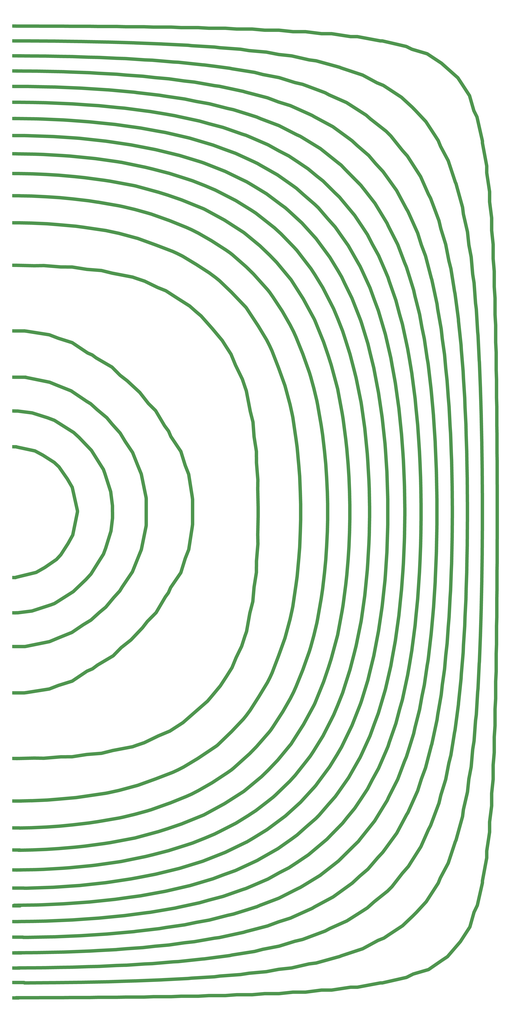
<source format=gbr>
%TF.GenerationSoftware,KiCad,Pcbnew,7.0.1-3b83917a11~172~ubuntu22.04.1*%
%TF.CreationDate,2023-12-10T16:36:05-05:00*%
%TF.ProjectId,coil_template_first,636f696c-5f74-4656-9d70-6c6174655f66,rev?*%
%TF.SameCoordinates,Original*%
%TF.FileFunction,Copper,L1,Top*%
%TF.FilePolarity,Positive*%
%FSLAX46Y46*%
G04 Gerber Fmt 4.6, Leading zero omitted, Abs format (unit mm)*
G04 Created by KiCad (PCBNEW 7.0.1-3b83917a11~172~ubuntu22.04.1) date 2023-12-10 16:36:05*
%MOMM*%
%LPD*%
G01*
G04 APERTURE LIST*
%TA.AperFunction,SMDPad,CuDef*%
%ADD10R,5.000000X5.000000*%
%TD*%
%TA.AperFunction,Conductor*%
%ADD11C,5.000000*%
%TD*%
G04 APERTURE END LIST*
D10*
%TO.P,J22,1*%
%TO.N,Net-(J1-Pin_1)*%
X3250000Y-1114093185D03*
%TD*%
%TO.P,J34,1*%
%TO.N,Net-(J1-Pin_1)*%
X3250000Y-1467672196D03*
%TD*%
%TO.P,J11,1*%
%TO.N,Net-(J1-Pin_1)*%
X3250000Y-283188423D03*
%TD*%
%TO.P,J1,1,Pin_1*%
%TO.N,Net-(J1-Pin_1)*%
X3250000Y-32673033D03*
%TD*%
%TO.P,J31,1*%
%TO.N,Net-(J1-Pin_1)*%
X3250000Y-1401208574D03*
%TD*%
%TO.P,J7,1*%
%TO.N,Net-(J1-Pin_1)*%
X3250000Y-169183012D03*
%TD*%
%TO.P,J23,1*%
%TO.N,Net-(J1-Pin_1)*%
X3250000Y-1176878439D03*
%TD*%
%TO.P,J29,1*%
%TO.N,Net-(J1-Pin_1)*%
X3250000Y-1354926607D03*
%TD*%
%TO.P,J28,1*%
%TO.N,Net-(J1-Pin_1)*%
X3250000Y-1331640082D03*
%TD*%
%TO.P,J14,1*%
%TO.N,Net-(J1-Pin_1)*%
X3250000Y-482808655D03*
%TD*%
%TO.P,J17,1*%
%TO.N,Net-(J1-Pin_1)*%
X3250000Y-653800433D03*
%TD*%
%TO.P,J20,1*%
%TO.N,Net-(J1-Pin_1)*%
X3250000Y-948789956D03*
%TD*%
%TO.P,J9,1*%
%TO.N,Net-(J1-Pin_1)*%
X3250000Y-221188514D03*
%TD*%
%TO.P,J24,1*%
%TO.N,Net-(J1-Pin_1)*%
X3250000Y-1216651350D03*
%TD*%
%TO.P,J3,1*%
%TO.N,Net-(J1-Pin_1)*%
X3250000Y-76617652D03*
%TD*%
%TO.P,J8,1*%
%TO.N,Net-(J1-Pin_1)*%
X3250000Y-194375409D03*
%TD*%
%TO.P,J4,1*%
%TO.N,Net-(J1-Pin_1)*%
X3250000Y-98943973D03*
%TD*%
%TO.P,J15,1*%
%TO.N,Net-(J1-Pin_1)*%
X3250000Y-551174179D03*
%TD*%
%TO.P,J6,1*%
%TO.N,Net-(J1-Pin_1)*%
X3250000Y-145133252D03*
%TD*%
%TO.P,J27,1*%
%TO.N,Net-(J1-Pin_1)*%
X3250000Y-1305394228D03*
%TD*%
%TO.P,J32,1*%
%TO.N,Net-(J1-Pin_1)*%
X3250000Y-1423524827D03*
%TD*%
%TO.P,J26,1*%
%TO.N,Net-(J1-Pin_1)*%
X3250000Y-1278711752D03*
%TD*%
%TO.P,J25,1*%
%TO.N,Net-(J1-Pin_1)*%
X3250000Y-1249210547D03*
%TD*%
%TO.P,J10,1*%
%TO.N,Net-(J1-Pin_1)*%
X3250000Y-250399111D03*
%TD*%
%TO.P,J30,1*%
%TO.N,Net-(J1-Pin_1)*%
X3250000Y-1377922050D03*
%TD*%
%TO.P,J2,1*%
%TO.N,Net-(J1-Pin_1)*%
X3250000Y-54535764D03*
%TD*%
%TO.P,J12,1*%
%TO.N,Net-(J1-Pin_1)*%
X3250000Y-323096736D03*
%TD*%
%TO.P,J16,1*%
%TO.N,Net-(J1-Pin_1)*%
X3250000Y-601017812D03*
%TD*%
%TO.P,J13,1*%
%TO.N,Net-(J1-Pin_1)*%
X3250000Y-385849012D03*
%TD*%
%TO.P,J33,1*%
%TO.N,Net-(J1-Pin_1)*%
X3250000Y-1444870808D03*
%TD*%
%TO.P,J19,1*%
%TO.N,Net-(J1-Pin_1)*%
X3250000Y-899014939D03*
%TD*%
%TO.P,J5,1*%
%TO.N,Net-(J1-Pin_1)*%
X3250000Y-121794755D03*
%TD*%
%TO.P,J21,1*%
%TO.N,Net-(J1-Pin_1)*%
X3250000Y-1017240289D03*
%TD*%
%TO.P,J18,1*%
%TO.N,Net-(J1-Pin_1)*%
X3250000Y-847000000D03*
%TD*%
D11*
%TO.N,Net-(J1-Pin_1)*%
X469810000Y-1126261800D02*
X453930000Y-1147610000D01*
X639490000Y-517774500D02*
X641270000Y-538210000D01*
X304390000Y-1094138300D02*
X303490000Y-1094900000D01*
X683130000Y-1088207900D02*
X681140000Y-1100730000D01*
X377940000Y-138575200D02*
X394290000Y-144700000D01*
X36440000Y-169618700D02*
X44630000Y-169890000D01*
X495230000Y-1201621400D02*
X488840000Y-1209760000D01*
X324190000Y-517394000D02*
X330690000Y-533300000D01*
X510780000Y-1451815900D02*
X500680000Y-1451820000D01*
X644980000Y-1268589300D02*
X633160000Y-1290660000D01*
X709100000Y-1184045000D02*
X706090000Y-1207770000D01*
X6823388Y-385849012D02*
X6830000Y-385842400D01*
X198590000Y-770977000D02*
X191570000Y-805640000D01*
X100820000Y-1301579600D02*
X92880000Y-1302150000D01*
X385980000Y-432648100D02*
X399820000Y-453780000D01*
X609660000Y-494449400D02*
X613710000Y-522380000D01*
X567680000Y-437644400D02*
X573160000Y-458630000D01*
X225850000Y-622794600D02*
X231750000Y-630730000D01*
X144800000Y-1296593100D02*
X138890000Y-1297430000D01*
X250950000Y-289233200D02*
X282290000Y-301920000D01*
X694600000Y-647953000D02*
X694600000Y-649760000D01*
X269890000Y-1384628200D02*
X255150000Y-1386220000D01*
X291980000Y-1352641300D02*
X272430000Y-1356130000D01*
X673050000Y-799213900D02*
X672560000Y-822450000D01*
X573160000Y-458632100D02*
X577180000Y-472640000D01*
X190500000Y-1316831100D02*
X172190000Y-1319330000D01*
X554750000Y-1176037000D02*
X551230000Y-1181810000D01*
X186760000Y-817547000D02*
X178340000Y-838490000D01*
X18420000Y-482758300D02*
X22320000Y-483260000D01*
X514970000Y-465668400D02*
X515700000Y-467500000D01*
X227430000Y-1337369500D02*
X204500000Y-1341220000D01*
X180430000Y-130258400D02*
X183970000Y-130720000D01*
X693740000Y-608801300D02*
X694600000Y-647950000D01*
X21610000Y-1445430100D02*
X18850000Y-1445430000D01*
X645000000Y-580809100D02*
X646230000Y-594820000D01*
X706090000Y-277230600D02*
X706090000Y-292230000D01*
X692500000Y-567632700D02*
X692540000Y-568220000D01*
X91540000Y-632714000D02*
X99500000Y-640010000D01*
X667430000Y-553231300D02*
X669350000Y-581540000D01*
X541910000Y-573818100D02*
X546590000Y-605200000D01*
X283770000Y-1197460800D02*
X282290000Y-1198080000D01*
X267140000Y-261041600D02*
X285450000Y-268290000D01*
X22320000Y-483257600D02*
X55600000Y-488470000D01*
X262850000Y-1301931000D02*
X261950000Y-1302150000D01*
X411270000Y-908503100D02*
X405750000Y-928890000D01*
X360700000Y-1191039800D02*
X350830000Y-1197520000D01*
X62830000Y-676932100D02*
X69810000Y-683460000D01*
X21610000Y-54569700D02*
X59470000Y-54840000D01*
X463700000Y-1235105700D02*
X438390000Y-1256310000D01*
X424190000Y-234195800D02*
X437690000Y-243260000D01*
X10626045Y-1467310000D02*
X6280000Y-1467310000D01*
X358140000Y-861090500D02*
X356210000Y-882450000D01*
X485690000Y-286933100D02*
X506710000Y-312140000D01*
X357970000Y-233070800D02*
X362810000Y-235370000D01*
X555570000Y-772192300D02*
X554330000Y-809430000D01*
X589810000Y-1267530800D02*
X586160000Y-1273300000D01*
X394810000Y-1320349100D02*
X368100000Y-1330450000D01*
X56020000Y-558500300D02*
X67340000Y-563120000D01*
X61910000Y-54843100D02*
X100240000Y-55400000D01*
X515700000Y-1032504000D02*
X514980000Y-1034330000D01*
X230540000Y-282258700D02*
X250950000Y-289230000D01*
X551230000Y-1181806800D02*
X536420000Y-1206070000D01*
X16652050Y-1377922050D02*
X16980000Y-1378250000D01*
X128530000Y-1349822700D02*
X113650000Y-1350810000D01*
X474900000Y-1318488200D02*
X447790000Y-1333020000D01*
X28940000Y-323560400D02*
X52530000Y-324540000D01*
X261950000Y-1302149200D02*
X227150000Y-1310210000D01*
X69640000Y-935775300D02*
X55840000Y-941500000D01*
X346130000Y-1306038100D02*
X340670000Y-1307760000D01*
X59470000Y-54843100D02*
X61910000Y-54840000D01*
X181780000Y-57459800D02*
X182370000Y-57500000D01*
X88980000Y-927988600D02*
X69640000Y-935780000D01*
X381170000Y-425777300D02*
X385980000Y-432650000D01*
X629420000Y-1049515400D02*
X628460000Y-1056810000D01*
X299930000Y-274395600D02*
X309450000Y-279210000D01*
X89230000Y-1111575400D02*
X72650000Y-1111650000D01*
X627480000Y-692120600D02*
X628200000Y-726550000D01*
X234840000Y-861767900D02*
X231560000Y-869420000D01*
X690770000Y-973819000D02*
X688980000Y-1010650000D01*
X101510000Y-1301511800D02*
X100820000Y-1301580000D01*
X261500000Y-694418000D02*
X266730000Y-727670000D01*
X649930000Y-673610600D02*
X650620000Y-705410000D01*
X176240000Y-938982700D02*
X162210000Y-950040000D01*
X711300000Y-1144847700D02*
X709100000Y-1165580000D01*
X596110000Y-583148700D02*
X597060000Y-593730000D01*
X346710000Y-571316600D02*
X352530000Y-601680000D01*
X212730000Y-1144223700D02*
X186390000Y-1153740000D01*
X196770000Y-82572300D02*
X207570000Y-82990000D01*
X75970000Y-171246700D02*
X86260000Y-171940000D01*
X584210000Y-505435800D02*
X584950000Y-508640000D01*
X346580000Y-1050671600D02*
X342250000Y-1055970000D01*
X178900000Y-344241300D02*
X186390000Y-346260000D01*
X355330000Y-37070300D02*
X373860000Y-38700000D01*
X357040000Y-268397400D02*
X376470000Y-280320000D01*
X156970000Y-1266929200D02*
X124050000Y-1271590000D01*
X414440000Y-1090107600D02*
X413010000Y-1092290000D01*
X246280000Y-1413948000D02*
X239020000Y-1414300000D01*
X69530000Y-1247112100D02*
X51170000Y-1248280000D01*
X239020000Y-85698500D02*
X246280000Y-86050000D01*
X340830000Y-554127800D02*
X344700000Y-565710000D01*
X459640000Y-418782300D02*
X470590000Y-440180000D01*
X541100000Y-1260299300D02*
X526210000Y-1277560000D01*
X71790000Y-146735500D02*
X89600000Y-147520000D01*
X127980000Y-1466745600D02*
X114930000Y-1467030000D01*
X145420000Y-1238346500D02*
X137050000Y-1239630000D01*
X467730000Y-1182031200D02*
X454080000Y-1197870000D01*
X519620000Y-161591400D02*
X523620000Y-164140000D01*
X430710000Y-435397300D02*
X446490000Y-464320000D01*
X646230000Y-905183700D02*
X645000000Y-919190000D01*
X539700000Y-116460300D02*
X549100000Y-120240000D01*
X347050000Y-926626100D02*
X344460000Y-933760000D01*
X9960000Y-250418300D02*
X30250000Y-250840000D01*
X178680000Y-1096712700D02*
X148320000Y-1102520000D01*
X44580000Y-1400626200D02*
X36430000Y-1400800000D01*
X57590000Y-887372500D02*
X29890000Y-896330000D01*
X254140000Y-1126619500D02*
X245590000Y-1130990000D01*
X451930000Y-591290800D02*
X457310000Y-622410000D01*
X364150000Y-743165800D02*
X364150000Y-756830000D01*
X381600000Y-994444200D02*
X377860000Y-1001880000D01*
X493510000Y-857925400D02*
X489630000Y-887050000D01*
X3250000Y-1401208574D02*
X14252763Y-1401208574D01*
X244560000Y-1334215500D02*
X241360000Y-1334960000D01*
X14963070Y-1305442742D02*
X18042742Y-1305442742D01*
X318850000Y-154250300D02*
X327410000Y-156100000D01*
X469980000Y-1365237900D02*
X463140000Y-1368880000D01*
X361700000Y-1333155000D02*
X348350000Y-1337370000D01*
X126830000Y-976120400D02*
X119430000Y-981670000D01*
X380980000Y-504419400D02*
X384550000Y-512130000D01*
X628200000Y-773453400D02*
X627480000Y-807880000D01*
X426440000Y-778941800D02*
X425460000Y-802530000D01*
X74580000Y-32781000D02*
X87360000Y-32970000D01*
X309450000Y-279206100D02*
X331140000Y-290320000D01*
X361640000Y-1096664200D02*
X351600000Y-1106940000D01*
X415410000Y-610772200D02*
X420230000Y-643710000D01*
X690980000Y-971345000D02*
X690770000Y-973820000D01*
X368050000Y-314624300D02*
X388840000Y-331040000D01*
X500680000Y-1451815900D02*
X472770000Y-1456080000D01*
X643290000Y-556045500D02*
X645000000Y-580810000D01*
X68710000Y-493572400D02*
X89400000Y-500060000D01*
X472030000Y-533038800D02*
X481450000Y-567790000D01*
X397980000Y-339503100D02*
X417150000Y-359220000D01*
X478040000Y-1170386400D02*
X467730000Y-1182030000D01*
X207570000Y-1417006900D02*
X196770000Y-1417430000D01*
X568640000Y-275351500D02*
X583230000Y-302570000D01*
X411270000Y-473710800D02*
X416560000Y-483980000D01*
X165590000Y-56970200D02*
X181780000Y-57460000D01*
X186390000Y-1153742700D02*
X178900000Y-1155760000D01*
X460760000Y-499052800D02*
X467730000Y-519450000D01*
X499580000Y-740035100D02*
X499580000Y-759960000D01*
X619900000Y-1095441200D02*
X611420000Y-1127940000D01*
X165580000Y-1443029800D02*
X142010000Y-1443740000D01*
X9940811Y-250399111D02*
X9960000Y-250418300D01*
X630230000Y-201774000D02*
X633590000Y-210210000D01*
X561710000Y-1303486400D02*
X555320000Y-1309910000D01*
X486840000Y-94525400D02*
X518580000Y-105030000D01*
X3250000Y-1249210547D02*
X12284018Y-1249210547D01*
X61880000Y-1304227800D02*
X59430000Y-1304330000D01*
X556960000Y-1171128300D02*
X554750000Y-1176040000D01*
X3250000Y-250399111D02*
X9940811Y-250399111D01*
X3250000Y-1467672196D02*
X10263849Y-1467672196D01*
X561990000Y-533129400D02*
X566830000Y-559510000D01*
X248130000Y-223697300D02*
X278710000Y-233070000D01*
X470590000Y-440177600D02*
X475590000Y-450070000D01*
X6790000Y-221241100D02*
X33960000Y-221760000D01*
X518600000Y-1394996300D02*
X486830000Y-1405490000D01*
X695490000Y-1294773200D02*
X695490000Y-1297600000D01*
X178900000Y-1155760800D02*
X158520000Y-1161270000D01*
X499150000Y-780248900D02*
X498280000Y-801170000D01*
X59430000Y-1304333800D02*
X22190000Y-1305570000D01*
X552150000Y-1105318000D02*
X542120000Y-1128590000D01*
X11650000Y-283224800D02*
X29020000Y-283600000D01*
X10846115Y-1114049947D02*
X6830000Y-1114150000D01*
X31630000Y-1423183100D02*
X12081453Y-1423318158D01*
X109620000Y-849911600D02*
X91000000Y-867700000D01*
X44630000Y-169889800D02*
X75970000Y-171250000D01*
X681130000Y-399271800D02*
X683120000Y-411790000D01*
X182370000Y-1442500400D02*
X181780000Y-1442540000D01*
X488340000Y-604584900D02*
X489630000Y-612940000D01*
X186390000Y-346264800D02*
X212730000Y-355780000D01*
X664300000Y-989022200D02*
X663950000Y-996280000D01*
X3890000Y-98965000D02*
X8888482Y-99001098D01*
X523620000Y-164139400D02*
X530800000Y-170430000D01*
X184290000Y-405287500D02*
X196430000Y-409280000D01*
X508870000Y-552339700D02*
X516070000Y-587680000D01*
X542120000Y-1128591100D02*
X533200000Y-1144690000D01*
X129000000Y-78910800D02*
X154970000Y-80240000D01*
X83290000Y-796638800D02*
X72560000Y-813380000D01*
X267240000Y-731581900D02*
X267250000Y-768430000D01*
X712930000Y-417533300D02*
X714160000Y-434430000D01*
X547590000Y-54525700D02*
X559020000Y-57210000D01*
X577180000Y-1027358700D02*
X573170000Y-1041360000D01*
X150850000Y-876442400D02*
X139020000Y-890640000D01*
X692540000Y-931780800D02*
X692500000Y-932370000D01*
X72650000Y-388348500D02*
X89230000Y-388430000D01*
X441710000Y-550452100D02*
X446490000Y-567820000D01*
X628250000Y-733022000D02*
X628250000Y-766980000D01*
X683050000Y-1341177600D02*
X676940000Y-1362810000D01*
X182210000Y-268547700D02*
X216960000Y-277970000D01*
X546590000Y-894795900D02*
X541910000Y-926180000D01*
X686410000Y-1049636600D02*
X685340000Y-1057860000D01*
X338210000Y-1433125400D02*
X307860000Y-1435340000D01*
X189380000Y-1289410600D02*
X176180000Y-1291910000D01*
X362810000Y-235366600D02*
X366470000Y-237520000D01*
X717030000Y-635067700D02*
X717030000Y-662640000D01*
X3250000Y-1114093185D02*
X10802877Y-1114093185D01*
X365320000Y-1022550000D02*
X352340000Y-1042860000D01*
X332470000Y-1462928800D02*
X315570000Y-1464160000D01*
X117110000Y-909704200D02*
X105580000Y-916740000D01*
X212730000Y-355784200D02*
X237890000Y-365340000D01*
X622590000Y-1084165700D02*
X620720000Y-1092820000D01*
X716750000Y-877982800D02*
X716750000Y-905230000D01*
X528760000Y-756793500D02*
X528240000Y-783960000D01*
X497570000Y-357204900D02*
X512260000Y-383170000D01*
X46700000Y-222209700D02*
X75630000Y-223870000D01*
X113550000Y-78567000D02*
X129000000Y-78910000D01*
X331220000Y-1209637900D02*
X309820000Y-1220600000D01*
X451930000Y-908707800D02*
X450770000Y-914290000D01*
X148900000Y-127410500D02*
X180430000Y-130260000D01*
X149950000Y-962429800D02*
X126830000Y-976120000D01*
X650800000Y-713570200D02*
X651030000Y-746110000D01*
X232230000Y-110511200D02*
X255150000Y-113780000D01*
X302060000Y-1095956200D02*
X274930000Y-1114090000D01*
X106300000Y-1170234600D02*
X95100000Y-1171800000D01*
X482870000Y-1265416000D02*
X477250000Y-1269890000D01*
X292050000Y-397104600D02*
X301190000Y-403880000D01*
X577180000Y-472643200D02*
X584210000Y-505440000D01*
X593890000Y-1077414300D02*
X587370000Y-1098360000D01*
X580850000Y-753745300D02*
X580380000Y-786440000D01*
X278700000Y-1266929200D02*
X248130000Y-1276300000D01*
X528240000Y-716038800D02*
X528760000Y-743210000D01*
X625700000Y-647065800D02*
X625840000Y-650720000D01*
X6830000Y-385842400D02*
X33250000Y-386510000D01*
X481710000Y-464575300D02*
X488950000Y-482860000D01*
X633990000Y-331734700D02*
X641230000Y-354940000D01*
X75970000Y-1328752000D02*
X44630000Y-1330110000D01*
X660150000Y-1031866400D02*
X659990000Y-1034460000D01*
X644990000Y-231403100D02*
X655490000Y-263170000D01*
X105580000Y-916738700D02*
X88980000Y-927990000D01*
X505670000Y-1242840500D02*
X482870000Y-1265420000D01*
X181010000Y-268291000D02*
X181950000Y-268490000D01*
X34170000Y-1467310000D02*
X10626045Y-1467310000D01*
X701810000Y-1250684600D02*
X701810000Y-1260770000D01*
X232230000Y-1389488400D02*
X211790000Y-1391270000D01*
X625840000Y-849279600D02*
X625700000Y-852930000D01*
X536630000Y-294265400D02*
X552180000Y-319780000D01*
X541690000Y-1047430300D02*
X535890000Y-1062780000D01*
X595750000Y-1068854300D02*
X593890000Y-1077410000D01*
X16932645Y-121794755D02*
X16980000Y-121747400D01*
X627360000Y-813426200D02*
X625840000Y-849280000D01*
X63150000Y-614768100D02*
X77370000Y-623760000D01*
X377280000Y-1178258100D02*
X360700000Y-1191040000D01*
X156260000Y-152933900D02*
X166850000Y-153890000D01*
X30570000Y-145416800D02*
X50100000Y-145840000D01*
X539410000Y-560618300D02*
X541910000Y-573820000D01*
X132620000Y-1106463300D02*
X111080000Y-1108120000D01*
X687440000Y-166900600D02*
X693030000Y-191660000D01*
X345240000Y-1160709200D02*
X343030000Y-1162490000D01*
X113650000Y-149188300D02*
X128530000Y-150180000D01*
X342820000Y-129283500D02*
X345440000Y-130100000D01*
X244860000Y-434574800D02*
X263030000Y-446080000D01*
X462150000Y-660086500D02*
X464020000Y-679150000D01*
X472030000Y-966962500D02*
X467740000Y-980550000D01*
X429840000Y-118659400D02*
X453250000Y-127410000D01*
X587370000Y-977424100D02*
X584960000Y-991360000D01*
X89400000Y-500064400D02*
X112280000Y-515410000D01*
X439550000Y-1417376400D02*
X413520000Y-1423370000D01*
X89600000Y-147515300D02*
X113650000Y-149190000D01*
X359040000Y-1398951600D02*
X325700000Y-1404270000D01*
X556030000Y-403872500D02*
X557760000Y-409320000D01*
X593230000Y-1432341400D02*
X583300000Y-1437330000D01*
X434920000Y-1215254500D02*
X421480000Y-1227230000D01*
X648420000Y-865981200D02*
X647700000Y-877180000D01*
X284460000Y-1409990800D02*
X281870000Y-1410150000D01*
X622590000Y-296775900D02*
X631330000Y-320170000D01*
X181010000Y-1231709000D02*
X145420000Y-1238350000D01*
X678890000Y-1126234500D02*
X675390000Y-1144480000D01*
X266030000Y-1166572900D02*
X257840000Y-1170210000D01*
X659990000Y-465540100D02*
X660140000Y-468130000D01*
X291360000Y-176829400D02*
X312360000Y-182320000D01*
X424190000Y-818111900D02*
X421800000Y-845100000D01*
X212660000Y-600469300D02*
X225850000Y-622790000D01*
X182200000Y-303511100D02*
X199550000Y-308280000D01*
X465790000Y-1233302000D02*
X463700000Y-1235110000D01*
X127180000Y-1397698300D02*
X115980000Y-1398420000D01*
X394290000Y-144701900D02*
X411750000Y-150150000D01*
X216870000Y-1311991300D02*
X190500000Y-1316830000D01*
X549100000Y-120241000D02*
X557190000Y-125540000D01*
X655490000Y-263168300D02*
X656440000Y-265290000D01*
X577440000Y-1361051900D02*
X557530000Y-1374200000D01*
X49210000Y-1423054800D02*
X31630000Y-1423180000D01*
X161440000Y-1266242000D02*
X156970000Y-1266930000D01*
X6280000Y-32689900D02*
X34170000Y-32690000D01*
X246280000Y-86051500D02*
X281870000Y-89850000D01*
X714160000Y-434428300D02*
X714160000Y-458700000D01*
X551100000Y-1248702400D02*
X548150000Y-1252720000D01*
X566830000Y-559506700D02*
X569330000Y-577810000D01*
X641270000Y-538206700D02*
X643290000Y-556050000D01*
X716340000Y-581327100D02*
X716750000Y-594770000D01*
X602480000Y-660403400D02*
X603260000Y-678210000D01*
X255550000Y-1359659000D02*
X227620000Y-1363720000D01*
X314610000Y-1180713000D02*
X285690000Y-1196490000D01*
X378590000Y-207885700D02*
X394610000Y-216770000D01*
X636220000Y-494847300D02*
X639490000Y-517770000D01*
X377220000Y-1219176500D02*
X356610000Y-1231830000D01*
X547430000Y-888892100D02*
X546590000Y-894800000D01*
X88090000Y-571414300D02*
X110980000Y-586860000D01*
X351600000Y-1106936900D02*
X328050000Y-1128160000D01*
X139230000Y-1165408400D02*
X106300000Y-1170230000D01*
X272430000Y-1356129000D02*
X255550000Y-1359660000D01*
X666080000Y-1199794200D02*
X657810000Y-1229720000D01*
X3250000Y-194375409D02*
X18228291Y-194375409D01*
X628460000Y-1056807700D02*
X622590000Y-1084170000D01*
X14230432Y-76693430D02*
X31630000Y-76820000D01*
X99280000Y-124159000D02*
X102940000Y-124290000D01*
X695160000Y-809466400D02*
X695160000Y-811910000D01*
X75640000Y-1276124200D02*
X46700000Y-1277790000D01*
X421480000Y-1227227000D02*
X413860000Y-1232780000D01*
X715090000Y-1025649500D02*
X714160000Y-1041300000D01*
X457770000Y-43915500D02*
X472770000Y-43920000D01*
X124050000Y-228413100D02*
X156980000Y-233070000D01*
X712930000Y-1082466200D02*
X712930000Y-1105330000D01*
X600810000Y-863655500D02*
X599820000Y-878530000D01*
X695430000Y-771607300D02*
X695160000Y-809470000D01*
X716750000Y-905225500D02*
X716340000Y-918670000D01*
X479710000Y-1407809700D02*
X449790000Y-1416080000D01*
X678890000Y-373767500D02*
X681130000Y-399270000D01*
X479700000Y-92190300D02*
X484710000Y-93570000D01*
X10046752Y-145133252D02*
X10050000Y-145136500D01*
X554230000Y-688119500D02*
X554330000Y-690570000D01*
X711300000Y-1123860700D02*
X711300000Y-1144850000D01*
X3250000Y-121794755D02*
X16932645Y-121794755D01*
X248130000Y-1276301600D02*
X235640000Y-1279310000D01*
X285690000Y-1196488900D02*
X283770000Y-1197460000D01*
X256330000Y-681238500D02*
X261500000Y-694420000D01*
X615280000Y-968321400D02*
X613720000Y-977620000D01*
X525510000Y-1334656600D02*
X519500000Y-1338500000D01*
X283770000Y-302538300D02*
X285770000Y-303550000D01*
X19530044Y-948789956D02*
X19550000Y-948770000D01*
X450250000Y-347195700D02*
X470010000Y-374030000D01*
X409380000Y-224365300D02*
X424190000Y-234200000D01*
X50100000Y-145841800D02*
X71790000Y-146740000D01*
X72560000Y-813381900D02*
X66200000Y-820190000D01*
X384760000Y-987594700D02*
X381600000Y-994440000D01*
X717220000Y-675419300D02*
X717220000Y-703210000D01*
X536420000Y-1206072100D02*
X514120000Y-1233950000D01*
X622590000Y-898874500D02*
X619740000Y-930430000D01*
X495210000Y-1353977200D02*
X469980000Y-1365240000D01*
X453930000Y-1147606500D02*
X449320000Y-1153960000D01*
X552150000Y-1011946400D02*
X551930000Y-1012850000D01*
X615920000Y-1425736900D02*
X593230000Y-1432340000D01*
X269890000Y-115370700D02*
X299510000Y-120580000D01*
X450030000Y-346879300D02*
X450250000Y-347200000D01*
X645860000Y-1120991300D02*
X641240000Y-1145060000D01*
X324630000Y-1130917100D02*
X318560000Y-1135170000D01*
X583230000Y-302573500D02*
X585370000Y-306110000D01*
X100240000Y-1444599800D02*
X61910000Y-1445160000D01*
X403730000Y-563610100D02*
X405760000Y-571100000D01*
X364350000Y-475628200D02*
X376650000Y-495950000D01*
X191570000Y-805644300D02*
X186760000Y-817550000D01*
X688450000Y-1015610800D02*
X686410000Y-1049640000D01*
X318560000Y-1135172300D02*
X296270000Y-1149810000D01*
X232940000Y-250154500D02*
X256920000Y-257750000D01*
X355330000Y-1462928800D02*
X332470000Y-1462930000D01*
X552150000Y-657147500D02*
X554230000Y-688120000D01*
X449840000Y-346674800D02*
X450030000Y-346880000D01*
X649930000Y-826389600D02*
X649530000Y-835670000D01*
X366610000Y-356991900D02*
X381580000Y-371340000D01*
X381580000Y-371341300D02*
X391400000Y-381480000D01*
X634630000Y-480107700D02*
X636220000Y-494850000D01*
X102050000Y-55399900D02*
X141200000Y-56260000D01*
X158520000Y-338731300D02*
X178900000Y-344240000D01*
X475590000Y-450074800D02*
X481710000Y-464580000D01*
X506830000Y-1187572600D02*
X495230000Y-1201620000D01*
X361650000Y-677353300D02*
X363730000Y-702470000D01*
X6263133Y-32673033D02*
X6280000Y-32689900D01*
X420570000Y-272098300D02*
X431030000Y-281390000D01*
X560210000Y-977150100D02*
X552150000Y-1011950000D01*
X168460000Y-1419347000D02*
X154970000Y-1419750000D01*
X647700000Y-622816100D02*
X648420000Y-634020000D01*
X525770000Y-1159148300D02*
X516320000Y-1173430000D01*
X331530000Y-965295500D02*
X325520000Y-979970000D01*
X541690000Y-452572500D02*
X551830000Y-486840000D01*
X57880000Y-122518400D02*
X63430000Y-122640000D01*
X144790000Y-203405600D02*
X176180000Y-208090000D01*
X547430000Y-611109100D02*
X551510000Y-648490000D01*
X55840000Y-941503100D02*
X21020000Y-948570000D01*
X386420000Y-1171161100D02*
X377280000Y-1178260000D01*
X481730000Y-1106843300D02*
X469810000Y-1126260000D01*
X714160000Y-458696800D02*
X715090000Y-474350000D01*
X316590000Y-363357800D02*
X322510000Y-367460000D01*
X676940000Y-1362812800D02*
X664450000Y-1382110000D01*
X59470000Y-1445156700D02*
X21610000Y-1445430000D01*
X231750000Y-630728300D02*
X235170000Y-638680000D01*
X620720000Y-1092819400D02*
X619900000Y-1095440000D01*
X195450000Y-1466342300D02*
X168670000Y-1466340000D01*
X463150000Y-131100300D02*
X468910000Y-134200000D01*
X394850000Y-38700300D02*
X415580000Y-40900000D01*
X299930000Y-1225598400D02*
X285440000Y-1231710000D01*
X613720000Y-977616900D02*
X609660000Y-1005550000D01*
X580380000Y-786443300D02*
X580110000Y-794630000D01*
X34170000Y-32689900D02*
X46790000Y-32780000D01*
X10263849Y-1467672196D02*
X10626045Y-1467310000D01*
X481710000Y-1035439000D02*
X475600000Y-1049930000D01*
X566830000Y-940494500D02*
X561990000Y-966870000D01*
X467740000Y-980546600D02*
X460760000Y-1000950000D01*
X245590000Y-1130990200D02*
X237850000Y-1134570000D01*
X667380000Y-1189542200D02*
X666080000Y-1199790000D01*
X503000000Y-202080900D02*
X510300000Y-208880000D01*
X448070000Y-1032298100D02*
X447460000Y-1033760000D01*
X331140000Y-290318000D02*
X354450000Y-304740000D01*
X36150000Y-839351900D02*
X6150000Y-846640000D01*
X86260000Y-1328061800D02*
X75970000Y-1328750000D01*
X209440000Y-34198400D02*
X235600000Y-34200000D01*
X625370000Y-194287700D02*
X630230000Y-201770000D01*
X227150000Y-1310210200D02*
X216870000Y-1311990000D01*
X493510000Y-642075900D02*
X495060000Y-656520000D01*
X346640000Y-388321100D02*
X357300000Y-398780000D01*
X76390000Y-1399929200D02*
X44580000Y-1400630000D01*
X634860000Y-87393900D02*
X659140000Y-109010000D01*
X135620000Y-812320600D02*
X127740000Y-824800000D01*
X252600000Y-372465400D02*
X273060000Y-384870000D01*
X282510000Y-234294400D02*
X284320000Y-235010000D01*
X7110000Y-654104600D02*
X34310000Y-659930000D01*
X459360000Y-863979700D02*
X457310000Y-877590000D01*
X52530000Y-324535600D02*
X68110000Y-325800000D01*
X299640000Y-63586900D02*
X307860000Y-64660000D01*
X72650000Y-1111652900D02*
X47530000Y-1113730000D01*
X14305929Y-1176828238D02*
X11250000Y-1176910000D01*
X628200000Y-726546700D02*
X628250000Y-733020000D01*
X498280000Y-698828800D02*
X499150000Y-719750000D01*
X195450000Y-33657600D02*
X209440000Y-34200000D01*
X164290000Y-1200771200D02*
X158710000Y-1201930000D01*
X90220000Y-784142000D02*
X83290000Y-796640000D01*
X115980000Y-1398420200D02*
X85670000Y-1399540000D01*
X561990000Y-966868900D02*
X560210000Y-977150000D01*
X18409711Y-1017240289D02*
X18420000Y-1017230000D01*
X155180000Y-103765900D02*
X169190000Y-105000000D01*
X577060000Y-216001500D02*
X584620000Y-224480000D01*
X213330000Y-898776000D02*
X200480000Y-911690000D01*
X555620000Y-768233400D02*
X555570000Y-772190000D01*
X216710000Y-1080708600D02*
X195890000Y-1090830000D01*
X172190000Y-1319333700D02*
X153030000Y-1322040000D01*
X535670000Y-1325620000D02*
X525510000Y-1334660000D01*
X426440000Y-195457900D02*
X432950000Y-199440000D01*
X207570000Y-82992900D02*
X239020000Y-85700000D01*
X355320000Y-197850800D02*
X378590000Y-207890000D01*
X412630000Y-407082200D02*
X412670000Y-407150000D01*
X216960000Y-277965300D02*
X230540000Y-282260000D01*
X688980000Y-489348700D02*
X690770000Y-526180000D01*
X322510000Y-367464400D02*
X325980000Y-370200000D01*
X623230000Y-608766400D02*
X625700000Y-647070000D01*
X89910000Y-1212153800D02*
X70850000Y-1214020000D01*
X690770000Y-526180700D02*
X690980000Y-528660000D01*
X170620000Y-556418600D02*
X189260000Y-573680000D01*
X630200000Y-1298087600D02*
X625890000Y-1304780000D01*
X166850000Y-153890500D02*
X199760000Y-158230000D01*
X235640000Y-1279314100D02*
X212630000Y-1284930000D01*
X413520000Y-1423373500D02*
X394490000Y-1425390000D01*
X605280000Y-355701400D02*
X611420000Y-372060000D01*
X584210000Y-994562300D02*
X577180000Y-1027360000D01*
X450770000Y-585708900D02*
X451930000Y-591290000D01*
X411600000Y-1025686000D02*
X400590000Y-1044870000D01*
X673180000Y-718370700D02*
X673340000Y-741080000D01*
X102940000Y-124293700D02*
X141230000Y-126760000D01*
X59430000Y-195664700D02*
X61880000Y-195770000D01*
X669350000Y-581541100D02*
X669750000Y-595030000D01*
X421460000Y-363968200D02*
X430690000Y-375940000D01*
X675390000Y-355513200D02*
X678890000Y-373770000D01*
X22330000Y-1016725000D02*
X18420000Y-1017230000D01*
X199550000Y-1191717200D02*
X182200000Y-1196490000D01*
X3250000Y-221188514D02*
X6737414Y-221188514D01*
X425460000Y-802534500D02*
X424190000Y-818110000D01*
X397150000Y-295744000D02*
X404150000Y-300830000D01*
X499840000Y-517065200D02*
X506200000Y-541540000D01*
X519850000Y-272705900D02*
X536630000Y-294270000D01*
X467000000Y-317090400D02*
X477870000Y-329340000D01*
X63150000Y-885304600D02*
X57590000Y-887370000D01*
X650620000Y-705414600D02*
X650800000Y-713570000D01*
X604570000Y-1244316000D02*
X589810000Y-1267530000D01*
X619740000Y-569575100D02*
X622590000Y-601140000D01*
X717310000Y-756283700D02*
X717310000Y-784170000D01*
X418260000Y-115997700D02*
X429840000Y-118660000D01*
X715800000Y-959441700D02*
X715800000Y-985600000D01*
X156260000Y-1347065500D02*
X128530000Y-1349820000D01*
X643300000Y-943955100D02*
X641270000Y-961790000D01*
X312780000Y-1285886400D02*
X297430000Y-1291690000D01*
X211790000Y-108730000D02*
X232230000Y-110510000D01*
X514980000Y-1034327200D02*
X502710000Y-1065500000D01*
X717310000Y-743716300D02*
X717310000Y-756280000D01*
X289330000Y-1029433400D02*
X271390000Y-1045080000D01*
X106300000Y-329762900D02*
X139230000Y-334590000D01*
X655490000Y-1236835200D02*
X644980000Y-1268590000D01*
X3250000Y-145133252D02*
X10046752Y-145133252D01*
X532770000Y-354516700D02*
X542110000Y-371410000D01*
X694600000Y-850244500D02*
X694600000Y-852050000D01*
X491660000Y-411820900D02*
X502700000Y-434500000D01*
X595740000Y-431142400D02*
X602640000Y-458020000D01*
X322080000Y-1405047800D02*
X301120000Y-1407810000D01*
X297430000Y-1291689400D02*
X263160000Y-1301840000D01*
X628250000Y-766977900D02*
X628200000Y-773450000D01*
X587370000Y-1098364900D02*
X583160000Y-1111710000D01*
X675390000Y-1144483700D02*
X673380000Y-1163530000D01*
X633590000Y-210211300D02*
X644990000Y-231400000D01*
X541910000Y-926183300D02*
X539410000Y-939380000D01*
X9983393Y-1354926607D02*
X10050000Y-1354860000D01*
X119430000Y-981669500D02*
X111300000Y-985170000D01*
X634630000Y-1019893500D02*
X629420000Y-1049520000D01*
X421510000Y-1267661500D02*
X409530000Y-1275550000D01*
X265610000Y-61551100D02*
X299640000Y-63590000D01*
X688450000Y-484388600D02*
X688980000Y-489350000D01*
X712930000Y-394675000D02*
X712930000Y-417530000D01*
X282290000Y-1198082000D02*
X250950000Y-1210770000D01*
X459850000Y-1080861800D02*
X445590000Y-1103920000D01*
X623200000Y-608047000D02*
X623230000Y-608770000D01*
X334150000Y-1372589500D02*
X306810000Y-1378460000D01*
X85670000Y-100463400D02*
X115980000Y-101580000D01*
X295260000Y-349629000D02*
X316590000Y-363360000D01*
X510770000Y-48191400D02*
X544780000Y-54530000D01*
X439520000Y-162630500D02*
X443920000Y-164610000D01*
X30210000Y-603766200D02*
X52950000Y-610950000D01*
X291300000Y-35843000D02*
X315570000Y-35840000D01*
X465320000Y-801276600D02*
X464030000Y-820840000D01*
X250310000Y-34910100D02*
X275650000Y-34910000D01*
X673050000Y-700786200D02*
X673180000Y-718370000D01*
X28940000Y-1176436700D02*
X14305929Y-1176828238D01*
X463140000Y-1368881100D02*
X453190000Y-1372590000D01*
X142010000Y-56263100D02*
X165590000Y-56970000D01*
X715090000Y-474350700D02*
X715090000Y-499690000D01*
X599820000Y-621473800D02*
X600810000Y-636340000D01*
X552180000Y-319778000D02*
X554600000Y-323780000D01*
X494660000Y-145618600D02*
X519620000Y-161590000D01*
X197660000Y-1258869600D02*
X162320000Y-1266080000D01*
X716750000Y-594774600D02*
X716750000Y-622020000D01*
X356610000Y-1231833200D02*
X347160000Y-1237400000D01*
X18816064Y-54535764D02*
X18850000Y-54569700D01*
X297430000Y-208307800D02*
X312770000Y-214110000D01*
X489630000Y-887053500D02*
X488350000Y-895420000D01*
X82220000Y-701361700D02*
X89440000Y-713700000D01*
X439540000Y-82616500D02*
X449790000Y-83920000D01*
X599850000Y-1161749600D02*
X587370000Y-1189560000D01*
X14507132Y-1400954205D02*
X3890000Y-1401030000D01*
X641240000Y-1145064400D02*
X634000000Y-1168260000D01*
X63430000Y-122640000D02*
X99280000Y-124160000D01*
X155180000Y-1396233700D02*
X127180000Y-1397700000D01*
X403730000Y-936390200D02*
X394220000Y-962730000D01*
X85780000Y-224602100D02*
X118340000Y-227790000D01*
X370990000Y-104144300D02*
X395060000Y-108760000D01*
X528760000Y-743206600D02*
X528760000Y-756790000D01*
X583010000Y-62743000D02*
X591460000Y-66940000D01*
X282290000Y-301916600D02*
X283770000Y-302540000D01*
X415380000Y-268325000D02*
X420570000Y-272100000D01*
X3250000Y-1278711752D02*
X13665831Y-1278711752D01*
X87360000Y-32966600D02*
X114930000Y-32970000D01*
X169190000Y-104997300D02*
X193960000Y-106700000D01*
X641230000Y-354940000D02*
X645850000Y-379000000D01*
X439700000Y-956191000D02*
X430070000Y-983320000D01*
X117170000Y-841677900D02*
X109620000Y-849910000D01*
X529310000Y-985637500D02*
X526300000Y-998130000D01*
X93470000Y-254934900D02*
X107930000Y-256490000D01*
X551830000Y-486838600D02*
X551930000Y-487150000D01*
X197660000Y-241129800D02*
X208450000Y-243800000D01*
X181950000Y-268485700D02*
X182210000Y-268550000D01*
X695490000Y-202397800D02*
X695490000Y-205230000D01*
X426800000Y-1178644200D02*
X404920000Y-1198510000D01*
X619270000Y-566031600D02*
X619740000Y-569580000D01*
X457310000Y-622409600D02*
X459360000Y-636020000D01*
X551580000Y-649182600D02*
X552150000Y-657150000D01*
X184290000Y-1094703600D02*
X178680000Y-1096710000D01*
X124740000Y-522576100D02*
X148190000Y-536240000D01*
X477870000Y-329336600D02*
X482770000Y-336120000D01*
X522210000Y-631656200D02*
X525390000Y-664220000D01*
X420190000Y-1007853300D02*
X416560000Y-1016020000D01*
X695160000Y-811908700D02*
X694600000Y-850240000D01*
X527790000Y-796695600D02*
X526120000Y-825640000D01*
X446490000Y-1035670600D02*
X431110000Y-1063970000D01*
X577120000Y-1283668300D02*
X561710000Y-1303490000D01*
X89230000Y-388426800D02*
X111080000Y-391880000D01*
X442070000Y-390774400D02*
X447830000Y-399550000D01*
X449480000Y-1202671300D02*
X434920000Y-1215250000D01*
X89360000Y-999860400D02*
X68760000Y-1006330000D01*
X3250000Y-169183012D02*
X9632749Y-169183012D01*
X208450000Y-243795900D02*
X232940000Y-250150000D01*
X612440000Y-1325566600D02*
X598070000Y-1341200000D01*
X9070000Y-898930000D02*
X29890000Y-896329400D01*
X135480000Y-687311400D02*
X137650000Y-693190000D01*
X114830000Y-174018200D02*
X128730000Y-175440000D01*
X482220000Y-1164633300D02*
X478040000Y-1170390000D01*
X364150000Y-756834200D02*
X363490000Y-783250000D01*
X717030000Y-662640700D02*
X717220000Y-675420000D01*
X255550000Y-140340200D02*
X272430000Y-143870000D01*
X139230000Y-334589900D02*
X143480000Y-335460000D01*
X623240000Y-891233000D02*
X623200000Y-891950000D01*
X434040000Y-1459101900D02*
X415580000Y-1459100000D01*
X483830000Y-235774400D02*
X486140000Y-237480000D01*
X244700000Y-368482300D02*
X252600000Y-372470000D01*
X457770000Y-1456084600D02*
X434040000Y-1459100000D01*
X477250000Y-1269892000D02*
X456080000Y-1286420000D01*
X338160000Y-258310700D02*
X347170000Y-262590000D01*
X466400000Y-720976800D02*
X466770000Y-738350000D01*
X344700000Y-565712500D02*
X346710000Y-571320000D01*
X306810000Y-121541400D02*
X334170000Y-127410000D01*
X23450000Y-1378204900D02*
X16980000Y-1378250000D01*
X695430000Y-731148900D02*
X695430000Y-768850000D01*
X443900000Y-1335374300D02*
X439470000Y-1337370000D01*
X350830000Y-1197524100D02*
X331220000Y-1209640000D01*
X162320000Y-233921600D02*
X197660000Y-241130000D01*
X486830000Y-1405487200D02*
X484710000Y-1406440000D01*
X358120000Y-638920400D02*
X361570000Y-660770000D01*
X284330000Y-1264980100D02*
X282500000Y-1265700000D01*
X50100000Y-1354157400D02*
X30570000Y-1354580000D01*
X475600000Y-1049928200D02*
X470770000Y-1059510000D01*
X183970000Y-1369274600D02*
X180430000Y-1369740000D01*
X195890000Y-1090828400D02*
X184290000Y-1094700000D01*
X647700000Y-877183400D02*
X646230000Y-905180000D01*
X615590000Y-280708500D02*
X618890000Y-286850000D01*
X415580000Y-40896300D02*
X434040000Y-40900000D01*
X489630000Y-612944900D02*
X493510000Y-642080000D01*
X615280000Y-531679600D02*
X619270000Y-566030000D01*
X118340000Y-1272208800D02*
X85780000Y-1275400000D01*
X3250000Y-899014939D02*
X6308512Y-899014939D01*
X3250000Y-1176878439D02*
X14255728Y-1176878439D01*
X71790000Y-1353263500D02*
X50100000Y-1354160000D01*
X257840000Y-1170211400D02*
X233320000Y-1180080000D01*
X551930000Y-487148400D02*
X552150000Y-488070000D01*
X432950000Y-199441100D02*
X456100000Y-213600000D01*
X447060000Y-166531800D02*
X474520000Y-181240000D01*
X112280000Y-515411300D02*
X119030000Y-518300000D01*
X623200000Y-891953600D02*
X622590000Y-898870000D01*
X599830000Y-338260200D02*
X605280000Y-355700000D01*
X546590000Y-605202700D02*
X547430000Y-611110000D01*
X11230664Y-323096736D02*
X11240000Y-323087400D01*
X356470000Y-617378800D02*
X358120000Y-638920000D01*
X535880000Y-437218500D02*
X541690000Y-452570000D01*
X138890000Y-202570800D02*
X144790000Y-203410000D01*
X525400000Y-835779900D02*
X522210000Y-868340000D01*
X11240000Y-323087400D02*
X28940000Y-323560000D01*
X200480000Y-911691700D02*
X193230000Y-921030000D01*
X342250000Y-1055967700D02*
X324830000Y-1074340000D01*
X627480000Y-807879100D02*
X627360000Y-813430000D01*
X481450000Y-932211500D02*
X472030000Y-966960000D01*
X514120000Y-1233954300D02*
X512440000Y-1236230000D01*
X307040000Y-408673200D02*
X324560000Y-425450000D01*
X3740000Y-169148800D02*
X9684192Y-169234455D01*
X61910000Y-1445156700D02*
X59470000Y-1445160000D01*
X695490000Y-205227200D02*
X701810000Y-239230000D01*
X552150000Y-394695800D02*
X556030000Y-403870000D01*
X18850000Y-54569700D02*
X21610000Y-54570000D01*
X328050000Y-1128161900D02*
X324630000Y-1130920000D01*
X580850000Y-746254700D02*
X580850000Y-753750000D01*
X129710000Y-898344100D02*
X117110000Y-909700000D01*
X558340000Y-1443029800D02*
X547610000Y-1445500000D01*
X316230000Y-504992900D02*
X324190000Y-517390000D01*
X394220000Y-537273800D02*
X403730000Y-563610000D01*
X663950000Y-996275200D02*
X660150000Y-1031870000D01*
X261560000Y-805618100D02*
X256450000Y-818690000D01*
X154970000Y-80245000D02*
X168460000Y-80650000D01*
X510300000Y-208880700D02*
X527500000Y-223760000D01*
X3250000Y-1216651350D02*
X11531350Y-1216651350D01*
X686410000Y-450364100D02*
X688450000Y-484390000D01*
X345440000Y-1369893900D02*
X342820000Y-1370710000D01*
X3250000Y-1331640082D02*
X12287722Y-1331640082D01*
X111080000Y-1108123700D02*
X89230000Y-1111580000D01*
X611420000Y-1127941200D02*
X605300000Y-1144290000D01*
X87360000Y-1467033300D02*
X74580000Y-1467220000D01*
X265610000Y-1438448300D02*
X260650000Y-1438980000D01*
X63430000Y-1377359200D02*
X57880000Y-1377480000D01*
X514630000Y-1112805900D02*
X512490000Y-1116460000D01*
X51170000Y-1248278200D02*
X30250000Y-1249150000D01*
X348370000Y-162630500D02*
X361710000Y-166840000D01*
X551930000Y-1012853600D02*
X551840000Y-1013160000D01*
X506200000Y-958453400D02*
X499840000Y-982940000D01*
X267140000Y-1238956500D02*
X256920000Y-1242250000D01*
X716340000Y-918672800D02*
X716340000Y-945450000D01*
X526300000Y-501869200D02*
X529310000Y-514360000D01*
X141950000Y-1373199500D02*
X141230000Y-1373240000D01*
X68110000Y-1174192500D02*
X52540000Y-1175460000D01*
X273060000Y-384867500D02*
X292050000Y-397100000D01*
X227010000Y-875472800D02*
X213330000Y-898780000D01*
X618900000Y-1213151100D02*
X615730000Y-1219090000D01*
X315570000Y-1464156600D02*
X291300000Y-1464160000D01*
X591770000Y-949764400D02*
X591220000Y-954500000D01*
X521590000Y-874049300D02*
X516930000Y-906960000D01*
X18290808Y-1444870808D02*
X18850000Y-1445430000D01*
X625840000Y-650720000D02*
X627360000Y-686570000D01*
X554330000Y-809433200D02*
X554230000Y-811880000D01*
X148320000Y-1102524800D02*
X132620000Y-1106460000D01*
X196770000Y-1417427500D02*
X168460000Y-1419350000D01*
X215630000Y-418599200D02*
X227720000Y-423470000D01*
X517730000Y-328570300D02*
X525550000Y-340460000D01*
X554600000Y-323779600D02*
X556310000Y-327580000D01*
X671430000Y-863551100D02*
X671090000Y-879000000D01*
X281870000Y-1410146100D02*
X246280000Y-1413950000D01*
X620710000Y-407183500D02*
X622590000Y-415860000D01*
X468910000Y-134199100D02*
X494660000Y-145620000D01*
X182370000Y-57499500D02*
X221350000Y-59020000D01*
X548150000Y-1252723000D02*
X541100000Y-1260300000D01*
X583150000Y-388297000D02*
X587370000Y-401660000D01*
X143480000Y-1164541100D02*
X139230000Y-1165410000D01*
X276310000Y-1161268700D02*
X266030000Y-1166570000D01*
X8850000Y-601060200D02*
X3292388Y-601060200D01*
X164290000Y-299228000D02*
X182200000Y-303510000D01*
X342830000Y-337418100D02*
X345930000Y-339850000D01*
X716750000Y-622017100D02*
X717030000Y-635070000D01*
X178720000Y-662360900D02*
X186050000Y-680910000D01*
X450770000Y-914292200D02*
X446490000Y-932180000D01*
X701810000Y-249316600D02*
X706090000Y-277230000D01*
X324830000Y-1074339900D02*
X304390000Y-1094140000D01*
X3250000Y-1305442742D02*
X14963070Y-1305442742D01*
X275650000Y-34910100D02*
X291300000Y-35840000D01*
X18420000Y-482758300D02*
X18369645Y-482808655D01*
X671090000Y-879001400D02*
X669750000Y-904970000D01*
X272430000Y-143869400D02*
X291980000Y-147360000D01*
X221350000Y-1440983300D02*
X182370000Y-1442500000D01*
X693030000Y-191659300D02*
X695490000Y-202400000D01*
X695490000Y-1297601800D02*
X693340000Y-1307040000D01*
X499580000Y-759964700D02*
X499150000Y-780250000D01*
X16980000Y-121747400D02*
X23450000Y-121790000D01*
X551510000Y-648486700D02*
X551580000Y-649180000D01*
X30250000Y-1249153600D02*
X12598032Y-1249524561D01*
X138890000Y-1297428100D02*
X101510000Y-1301510000D01*
X688980000Y-1010651800D02*
X688450000Y-1015610000D01*
X516930000Y-906963800D02*
X516240000Y-911440000D01*
X701810000Y-239225100D02*
X701810000Y-249320000D01*
X587370000Y-1189558900D02*
X585420000Y-1193900000D01*
X30570000Y-1354582500D02*
X10050000Y-1354860000D01*
X548600000Y-247414700D02*
X554580000Y-255710000D01*
X148290000Y-620307700D02*
X160250000Y-633600000D01*
X515860000Y-267673600D02*
X519850000Y-272710000D01*
X3250000Y-76617652D02*
X14154654Y-76617652D01*
X535890000Y-1062776100D02*
X529410000Y-1080830000D01*
X68760000Y-1006332800D02*
X55580000Y-1011500000D01*
X514620000Y-387198700D02*
X516930000Y-392050000D01*
X390050000Y-1167846500D02*
X386420000Y-1171160000D01*
X709100000Y-1165580100D02*
X709100000Y-1184040000D01*
X6805833Y-653800433D02*
X7110000Y-654104600D01*
X525390000Y-664221100D02*
X526120000Y-674360000D01*
X493270000Y-244804800D02*
X515860000Y-267670000D01*
X146290000Y-720133400D02*
X148880000Y-740900000D01*
X583440000Y-1197139700D02*
X568920000Y-1224290000D01*
X418270000Y-1383986500D02*
X395060000Y-1391230000D01*
X602480000Y-839597100D02*
X600810000Y-863660000D01*
X487150000Y-238409800D02*
X493270000Y-244800000D01*
X274930000Y-1114088400D02*
X254140000Y-1126620000D01*
X486140000Y-237475800D02*
X487150000Y-238410000D01*
X619270000Y-933967500D02*
X615280000Y-968320000D01*
X454080000Y-1197868900D02*
X449480000Y-1202670000D01*
X3250000Y-32673033D02*
X6263133Y-32673033D01*
X467730000Y-519451800D02*
X472030000Y-533040000D01*
X384550000Y-512134600D02*
X394220000Y-537270000D01*
X158710000Y-1201931900D02*
X127590000Y-1207310000D01*
X162320000Y-1266077200D02*
X161440000Y-1266240000D01*
X14252763Y-1401208574D02*
X14507132Y-1400954205D01*
X694600000Y-649755400D02*
X695160000Y-688090000D01*
X715800000Y-514400100D02*
X715800000Y-540560000D01*
X260650000Y-1438978000D02*
X223820000Y-1440770000D01*
X181780000Y-1442540100D02*
X165580000Y-1443030000D01*
X554230000Y-811881100D02*
X552150000Y-842880000D01*
X11874784Y-1423524827D02*
X12081453Y-1423318158D01*
X706090000Y-292227800D02*
X709100000Y-315960000D01*
X339760000Y-948472600D02*
X331530000Y-965300000D01*
X609660000Y-1005551900D02*
X606130000Y-1022430000D01*
X552150000Y-842875400D02*
X551580000Y-850820000D01*
X405760000Y-571103900D02*
X411270000Y-591500000D01*
X431110000Y-1063969400D02*
X414440000Y-1090110000D01*
X426230000Y-1304608700D02*
X422410000Y-1306330000D01*
X160250000Y-633598900D02*
X167680000Y-645930000D01*
X77370000Y-623760200D02*
X91540000Y-632710000D01*
X580110000Y-705370300D02*
X580380000Y-713560000D01*
X14914556Y-1305394228D02*
X14963070Y-1305442742D01*
X673340000Y-741077900D02*
X673340000Y-758920000D01*
X472310000Y-1226500700D02*
X465790000Y-1233300000D01*
X695160000Y-690533500D02*
X695430000Y-728390000D01*
X685340000Y-1057856000D02*
X683130000Y-1088210000D01*
X596560000Y-157228900D02*
X611900000Y-173670000D01*
X399820000Y-453775800D02*
X411270000Y-473710000D01*
X169190000Y-1395002400D02*
X155180000Y-1396230000D01*
X453190000Y-1372589500D02*
X429830000Y-1381330000D01*
X330690000Y-533301600D02*
X340830000Y-554130000D01*
X648420000Y-634019200D02*
X649530000Y-664330000D01*
X717030000Y-864932300D02*
X716750000Y-877980000D01*
X308270000Y-1006878700D02*
X296040000Y-1021550000D01*
X72450000Y-1422556300D02*
X49210000Y-1423050000D01*
X266020000Y-333429400D02*
X276170000Y-338650000D01*
X676440000Y-135438800D02*
X682760000Y-157520000D01*
X352340000Y-1042857600D02*
X346580000Y-1050670000D01*
X18042742Y-1305442742D02*
X18230000Y-1305630000D01*
X281870000Y-89852600D02*
X284460000Y-90010000D01*
X430070000Y-983320100D02*
X420190000Y-1007850000D01*
X622590000Y-415858500D02*
X628450000Y-443190000D01*
X193230000Y-921025900D02*
X176240000Y-938980000D01*
X667430000Y-946768300D02*
X667010000Y-957570000D01*
X395060000Y-108763300D02*
X418260000Y-116000000D01*
X204500000Y-1341220100D02*
X199760000Y-1341770000D01*
X511470000Y-1237274600D02*
X505670000Y-1242840000D01*
X233320000Y-319922500D02*
X257840000Y-329790000D01*
X132620000Y-393533500D02*
X148320000Y-397470000D01*
X311100000Y-496975700D02*
X316230000Y-504990000D01*
X412670000Y-407153700D02*
X430710000Y-435400000D01*
X646230000Y-594816800D02*
X647700000Y-622820000D01*
X284320000Y-235014800D02*
X315500000Y-247290000D01*
X415580000Y-1459101900D02*
X394850000Y-1461300000D01*
X613800000Y-73518000D02*
X633970000Y-86810000D01*
X181950000Y-1231513600D02*
X181010000Y-1231710000D01*
X664300000Y-510977100D02*
X667000000Y-542430000D01*
X405750000Y-928895000D02*
X403730000Y-936390000D01*
X154970000Y-1419754800D02*
X129000000Y-1421090000D01*
X371000000Y-1395847800D02*
X359040000Y-1398950000D01*
X363490000Y-716756400D02*
X364150000Y-743170000D01*
X715090000Y-1000308900D02*
X715090000Y-1025650000D01*
X466400000Y-779022500D02*
X465320000Y-801280000D01*
X137050000Y-260366400D02*
X145420000Y-261650000D01*
X464030000Y-820844200D02*
X462160000Y-839910000D01*
X654270000Y-424300100D02*
X655050000Y-427920000D01*
X635750000Y-1412137200D02*
X615920000Y-1425740000D01*
X657810000Y-1051129700D02*
X655050000Y-1072080000D01*
X544780000Y-54525700D02*
X547590000Y-54530000D01*
X693340000Y-1307036000D02*
X688000000Y-1330910000D01*
X3250000Y-98943973D02*
X8831357Y-98943973D01*
X315500000Y-247285800D02*
X338160000Y-258310000D01*
X340670000Y-192235500D02*
X346130000Y-193960000D01*
X97150000Y-748326300D02*
X97160000Y-750050000D01*
X426910000Y-761245000D02*
X426440000Y-778940000D01*
X580110000Y-794629300D02*
X578750000Y-825970000D01*
X382680000Y-1072335200D02*
X380320000Y-1075340000D01*
X633970000Y-86809500D02*
X634860000Y-87390000D01*
X715800000Y-985600000D02*
X715090000Y-1000310000D01*
X186050000Y-680913700D02*
X191500000Y-694170000D01*
X629410000Y-450482600D02*
X634630000Y-480110000D01*
X199760000Y-1341771300D02*
X166850000Y-1346110000D01*
X351870000Y-899433300D02*
X347050000Y-926630000D01*
X102940000Y-1375705600D02*
X99280000Y-1375840000D01*
X44630000Y-1330109000D02*
X36440000Y-1330380000D01*
X20980000Y-551407300D02*
X56020000Y-558500000D01*
X695430000Y-768851100D02*
X695430000Y-771610000D01*
X100240000Y-55399900D02*
X102050000Y-55400000D01*
X140500000Y-610871500D02*
X148290000Y-620310000D01*
X189260000Y-573682400D02*
X201960000Y-589920000D01*
X636220000Y-1005151500D02*
X634630000Y-1019890000D01*
X180430000Y-1369741200D02*
X148890000Y-1372590000D01*
X439470000Y-1337369500D02*
X411740000Y-1349830000D01*
X667000000Y-542426900D02*
X667430000Y-553230000D01*
X631330000Y-320166900D02*
X633990000Y-331730000D01*
X89250000Y-1422309900D02*
X72450000Y-1422560000D01*
X340670000Y-1307760100D02*
X312360000Y-1317680000D01*
X583300000Y-1437326800D02*
X558340000Y-1443030000D01*
X408540000Y-304734200D02*
X428800000Y-323360000D01*
X347160000Y-1237398300D02*
X338180000Y-1241670000D01*
X516080000Y-912323100D02*
X508870000Y-947660000D01*
X19560000Y-551214900D02*
X20980000Y-551410000D01*
X196430000Y-409283500D02*
X215630000Y-418600000D01*
X492240000Y-493071900D02*
X499840000Y-517070000D01*
X322080000Y-94949700D02*
X325700000Y-95730000D01*
X14154654Y-76617652D02*
X14230432Y-76693430D01*
X272040000Y-454087400D02*
X279880000Y-460690000D01*
X551840000Y-1013158500D02*
X541690000Y-1047430000D01*
X276170000Y-338650000D02*
X295260000Y-349630000D01*
X428800000Y-323355800D02*
X449840000Y-346670000D01*
X244560000Y-165783500D02*
X277360000Y-172810000D01*
X447790000Y-1333022900D02*
X443900000Y-1335370000D01*
X516930000Y-471315800D02*
X526300000Y-501870000D01*
X296460000Y-479455900D02*
X311100000Y-496980000D01*
X416560000Y-1016019200D02*
X411600000Y-1025690000D01*
X465320000Y-698724400D02*
X466400000Y-720980000D01*
X52540000Y-1175461200D02*
X28940000Y-1176440000D01*
X355310000Y-1302149200D02*
X346130000Y-1306040000D01*
X527500000Y-223761000D02*
X537520000Y-235510000D01*
X263160000Y-1301837700D02*
X262850000Y-1301930000D01*
X3250000Y-1444870808D02*
X18290808Y-1444870808D01*
X3292388Y-601060200D02*
X3250000Y-601017812D01*
X633160000Y-1290661400D02*
X630200000Y-1298090000D01*
X716340000Y-554547900D02*
X716340000Y-581330000D01*
X572030000Y-903025700D02*
X569330000Y-922190000D01*
X611420000Y-372063600D02*
X619890000Y-404550000D01*
X578060000Y-836263300D02*
X575980000Y-864830000D01*
X227720000Y-423471300D02*
X244860000Y-434570000D01*
X33250000Y-386505500D02*
X47530000Y-386270000D01*
X66200000Y-820194500D02*
X48840000Y-832160000D01*
X528240000Y-783960800D02*
X527790000Y-796700000D01*
X404150000Y-300832000D02*
X408540000Y-304730000D01*
X516930000Y-1028701200D02*
X515700000Y-1032500000D01*
X163270000Y-860840100D02*
X159600000Y-866750000D01*
X143480000Y-335457700D02*
X158520000Y-338730000D01*
X139020000Y-890638300D02*
X129710000Y-898340000D01*
X470010000Y-374033500D02*
X482070000Y-393770000D01*
X227620000Y-1363718600D02*
X218320000Y-1365280000D01*
X584960000Y-991363400D02*
X584210000Y-994560000D01*
X429830000Y-1381328200D02*
X418270000Y-1383990000D01*
X145420000Y-261652000D02*
X181010000Y-268290000D01*
X11531350Y-1216651350D02*
X11650000Y-1216770000D01*
X245900000Y-1065756700D02*
X233450000Y-1073740000D01*
X107920000Y-1243511900D02*
X93480000Y-1245060000D01*
X499150000Y-719751600D02*
X499580000Y-740040000D01*
X282500000Y-1265702600D02*
X278700000Y-1266930000D01*
X717310000Y-784174700D02*
X717220000Y-796790000D01*
X216870000Y-188008100D02*
X227150000Y-189790000D01*
X114930000Y-32966600D02*
X127980000Y-33250000D01*
X46790000Y-32781000D02*
X74580000Y-32780000D01*
X378590000Y-1292115100D02*
X355310000Y-1302150000D01*
X438390000Y-1256313300D02*
X421510000Y-1267660000D01*
X315570000Y-35843000D02*
X332470000Y-37070000D01*
X650800000Y-786429900D02*
X650620000Y-794590000D01*
X301140000Y-92190300D02*
X322080000Y-94950000D01*
X92880000Y-1302149200D02*
X61880000Y-1304230000D01*
X714160000Y-1041302900D02*
X714160000Y-1065570000D01*
X193960000Y-106703200D02*
X211790000Y-108730000D01*
X711300000Y-376138600D02*
X712930000Y-394680000D01*
X233320000Y-1180078000D02*
X206190000Y-1189710000D01*
X622590000Y-1203244000D02*
X618900000Y-1213150000D01*
X602640000Y-1041980100D02*
X595750000Y-1068850000D01*
X178670000Y-403271300D02*
X184290000Y-405290000D01*
X89440000Y-713701700D02*
X97150000Y-748330000D01*
X591460000Y-66942700D02*
X613800000Y-73520000D01*
X672310000Y-839244400D02*
X671430000Y-863550000D01*
X296040000Y-1021553800D02*
X289330000Y-1029430000D01*
X693740000Y-892009700D02*
X693030000Y-915560000D01*
X411490000Y-1094226400D02*
X393040000Y-1116570000D01*
X345440000Y-130099700D02*
X377940000Y-138580000D01*
X506200000Y-541544600D02*
X508870000Y-552340000D01*
X299520000Y-1379417300D02*
X269890000Y-1384630000D01*
X604160000Y-800099900D02*
X603260000Y-821790000D01*
X533200000Y-1144685500D02*
X525770000Y-1159150000D01*
X97160000Y-750046900D02*
X90220000Y-784140000D01*
X8850000Y-601060200D02*
X30210000Y-603770000D01*
X414540000Y-606517500D02*
X415410000Y-610770000D01*
X348350000Y-1337369500D02*
X327410000Y-1343890000D01*
X148190000Y-536236300D02*
X160240000Y-548370000D01*
X515700000Y-467498700D02*
X516930000Y-471320000D01*
X574550000Y-878736300D02*
X572030000Y-903030000D01*
X199550000Y-308283100D02*
X206190000Y-310290000D01*
X672560000Y-822447500D02*
X672310000Y-839240000D01*
X701810000Y-1260773700D02*
X695490000Y-1294770000D01*
X673370000Y-336476800D02*
X675390000Y-355510000D01*
X89250000Y-77689700D02*
X113550000Y-78570000D01*
X366910000Y-1262209700D02*
X362800000Y-1264630000D01*
X235600000Y-34198400D02*
X250310000Y-34910000D01*
X457310000Y-877591800D02*
X451930000Y-908710000D01*
X89920000Y-287843500D02*
X113980000Y-290630000D01*
X369070000Y-1140880900D02*
X345240000Y-1160710000D01*
X312360000Y-182317500D02*
X340670000Y-192240000D01*
X551510000Y-851512200D02*
X547430000Y-888890000D01*
X301120000Y-1407809700D02*
X284460000Y-1409990000D01*
X189380000Y-210588700D02*
X212630000Y-215070000D01*
X279880000Y-460686700D02*
X296460000Y-479460000D01*
X560210000Y-522851400D02*
X561990000Y-533130000D01*
X503210000Y-1298087900D02*
X494440000Y-1304400000D01*
X148960000Y-759221500D02*
X146650000Y-778320000D01*
X148880000Y-740900300D02*
X148960000Y-759220000D01*
X606130000Y-1022433700D02*
X602640000Y-1041980000D01*
X359040000Y-101043900D02*
X370990000Y-104140000D01*
X412590000Y-407038400D02*
X412630000Y-407080000D01*
X158710000Y-298067000D02*
X164290000Y-299230000D01*
X212630000Y-215065800D02*
X235640000Y-220680000D01*
X127980000Y-33254400D02*
X155230000Y-33250000D01*
X429980000Y-1302342700D02*
X426230000Y-1304610000D01*
X301190000Y-403878500D02*
X307040000Y-408670000D01*
X102050000Y-1444599800D02*
X100240000Y-1444600000D01*
X692540000Y-568219400D02*
X693030000Y-584450000D01*
X445830000Y-1157895200D02*
X426800000Y-1178640000D01*
X223820000Y-59229300D02*
X260650000Y-61020000D01*
X363490000Y-783246200D02*
X363740000Y-797530000D01*
X584950000Y-508638000D02*
X587370000Y-522590000D01*
X356210000Y-882445300D02*
X351870000Y-899430000D01*
X70850000Y-1214023900D02*
X51280000Y-1215320000D01*
X307860000Y-1435336100D02*
X299640000Y-1436410000D01*
X669350000Y-918459200D02*
X667430000Y-946770000D01*
X604860000Y-739953500D02*
X604860000Y-760050000D01*
X204500000Y-158779600D02*
X227440000Y-162630000D01*
X604580000Y-719427000D02*
X604860000Y-739950000D01*
X692500000Y-932367100D02*
X690980000Y-971350000D01*
X502710000Y-1065500400D02*
X491690000Y-1088160000D01*
X516930000Y-1107967500D02*
X514630000Y-1112810000D01*
X484710000Y-1406436100D02*
X479710000Y-1407810000D01*
X46790000Y-1467218900D02*
X34170000Y-1467310000D01*
X557760000Y-1090671300D02*
X556040000Y-1096130000D01*
X593890000Y-422588600D02*
X595740000Y-431140000D01*
X487410000Y-1097171900D02*
X481730000Y-1106840000D01*
X413530000Y-76621200D02*
X439540000Y-82620000D01*
X386160000Y-1067300600D02*
X382680000Y-1072340000D01*
X119030000Y-518303300D02*
X124740000Y-522580000D01*
X430070000Y-516679900D02*
X439700000Y-543810000D01*
X420230000Y-643705200D02*
X421800000Y-654900000D01*
X447460000Y-1033763500D02*
X446490000Y-1035670000D01*
X449320000Y-1153963500D02*
X445830000Y-1157900000D01*
X111300000Y-985167900D02*
X89360000Y-999860000D01*
X715090000Y-499690900D02*
X715800000Y-514400000D01*
X260650000Y-61021600D02*
X265610000Y-61550000D01*
X249900000Y-839725800D02*
X234840000Y-861770000D01*
X464020000Y-679154400D02*
X465320000Y-698720000D01*
X3250000Y-1423524827D02*
X11874784Y-1423524827D01*
X52950000Y-610952600D02*
X63150000Y-614770000D01*
X327410000Y-1343892000D02*
X318860000Y-1345750000D01*
X426910000Y-738754600D02*
X426910000Y-761250000D01*
X241360000Y-165043100D02*
X244560000Y-165780000D01*
X591220000Y-954502500D02*
X587370000Y-977420000D01*
X158520000Y-1161268700D02*
X143480000Y-1164540000D01*
X395060000Y-1391228800D02*
X371000000Y-1395850000D01*
X315500000Y-1252708100D02*
X284330000Y-1264980000D01*
X231560000Y-869416200D02*
X227010000Y-875470000D01*
X85780000Y-1275396100D02*
X75640000Y-1276120000D01*
X208450000Y-1256203400D02*
X197660000Y-1258870000D01*
X422410000Y-1306326500D02*
X394810000Y-1320350000D01*
X494440000Y-1304396400D02*
X474900000Y-1318490000D01*
X167680000Y-645925600D02*
X178720000Y-662360000D01*
X159600000Y-866745700D02*
X150850000Y-876440000D01*
X201960000Y-589921400D02*
X212660000Y-600470000D01*
X137650000Y-693188400D02*
X146290000Y-720130000D01*
X99280000Y-1375840200D02*
X63430000Y-1377360000D01*
X3250000Y-551174179D02*
X20746879Y-551174179D01*
X183970000Y-130725000D02*
X218320000Y-134720000D01*
X325700000Y-95725200D02*
X359040000Y-101040000D01*
X33960000Y-1278242200D02*
X13750230Y-1278627353D01*
X466770000Y-761650800D02*
X466400000Y-779020000D01*
X132160000Y-681946800D02*
X135480000Y-687310000D01*
X404920000Y-1198513000D02*
X404530000Y-1198870000D01*
X235600000Y-1465801600D02*
X209440000Y-1465800000D01*
X237850000Y-1134574900D02*
X212730000Y-1144220000D01*
X312360000Y-1317679600D02*
X291370000Y-1323170000D01*
X512260000Y-383167200D02*
X514620000Y-387200000D01*
X693030000Y-915556900D02*
X692540000Y-931780000D01*
X492250000Y-1006925500D02*
X488960000Y-1017140000D01*
X361660000Y-822653800D02*
X361600000Y-839220000D01*
X570350000Y-355194000D02*
X580440000Y-381900000D01*
X466770000Y-738349400D02*
X466770000Y-761650000D01*
X277360000Y-1327185000D02*
X244560000Y-1334220000D01*
X22190000Y-1305568300D02*
X18230000Y-1305630000D01*
X256450000Y-818690900D02*
X249900000Y-839730000D01*
X716340000Y-945452200D02*
X715800000Y-959440000D01*
X554580000Y-255710600D02*
X568640000Y-275350000D01*
X199760000Y-158228300D02*
X204500000Y-158780000D01*
X411270000Y-591497000D02*
X414540000Y-606520000D01*
X569330000Y-922193200D02*
X566830000Y-940490000D01*
X488350000Y-895416500D02*
X481710000Y-931000000D01*
X350730000Y-1431134800D02*
X338210000Y-1433130000D01*
X3250000Y-653800433D02*
X6805833Y-653800433D01*
X625890000Y-1304781700D02*
X612440000Y-1325570000D01*
X591220000Y-545498600D02*
X591770000Y-550230000D01*
X352530000Y-601675800D02*
X356470000Y-617380000D01*
X3250000Y-847000000D02*
X5790000Y-847000000D01*
X516240000Y-588563200D02*
X516930000Y-593050000D01*
X362800000Y-1264629300D02*
X357960000Y-1266930000D01*
X3250000Y-323096736D02*
X11230664Y-323096736D01*
X555620000Y-731766400D02*
X555620000Y-768230000D01*
X346000000Y-447883500D02*
X346750000Y-448890000D01*
X645850000Y-379004100D02*
X648950000Y-390960000D01*
X86260000Y-171936900D02*
X114830000Y-174020000D01*
X453000000Y-300863400D02*
X467000000Y-317090000D01*
X421800000Y-845095800D02*
X420240000Y-856300000D01*
X330830000Y-1279404800D02*
X312780000Y-1285890000D01*
X641270000Y-961792500D02*
X639490000Y-982230000D01*
X683120000Y-411793400D02*
X685340000Y-442140000D01*
X325520000Y-979971700D02*
X317500000Y-992740000D01*
X634000000Y-1168256400D02*
X631340000Y-1179840000D01*
X394300000Y-1355278000D02*
X377940000Y-1361420000D01*
X338180000Y-1241665300D02*
X315500000Y-1252710000D01*
X694600000Y-852047100D02*
X693740000Y-891200000D01*
X142010000Y-1443736800D02*
X141200000Y-1443740000D01*
X178340000Y-838492300D02*
X163270000Y-860840000D01*
X671430000Y-636448700D02*
X672310000Y-660760000D01*
X495060000Y-656523200D02*
X497110000Y-680470000D01*
X592580000Y-1346733300D02*
X577440000Y-1361050000D01*
X541230000Y-1382743900D02*
X518600000Y-1395000000D01*
X347170000Y-262587000D02*
X357040000Y-268400000D01*
X354450000Y-304741500D02*
X360680000Y-308840000D01*
X393320000Y-1247229000D02*
X366910000Y-1262210000D01*
X500690000Y-48191400D02*
X510770000Y-48190000D01*
X85670000Y-1399536100D02*
X76390000Y-1399930000D01*
X434880000Y-1118663200D02*
X418820000Y-1139000000D01*
X89600000Y-1352483800D02*
X71790000Y-1353260000D01*
X487400000Y-402837400D02*
X491660000Y-411820000D01*
X682760000Y-157521900D02*
X687440000Y-166900000D01*
X709100000Y-334419000D02*
X711300000Y-355150000D01*
X324560000Y-425451200D02*
X345430000Y-447210000D01*
X377940000Y-1361417000D02*
X345440000Y-1369890000D01*
X55580000Y-1011497500D02*
X22330000Y-1016720000D01*
X168670000Y-1466342300D02*
X155230000Y-1466750000D01*
X275650000Y-1465089700D02*
X250310000Y-1465090000D01*
X47530000Y-1113734000D02*
X33250000Y-1113490000D01*
X567680000Y-1062358400D02*
X557760000Y-1090670000D01*
X113980000Y-290634000D02*
X127590000Y-292690000D01*
X557760000Y-409324100D02*
X567680000Y-437640000D01*
X568920000Y-1224285700D02*
X551100000Y-1248700000D01*
X9632749Y-169183012D02*
X9684192Y-169234455D01*
X450990000Y-254267500D02*
X460040000Y-261380000D01*
X556310000Y-327579000D02*
X570350000Y-355190000D01*
X250310000Y-1465089700D02*
X235600000Y-1465800000D01*
X631340000Y-1179839900D02*
X622590000Y-1203240000D01*
X656440000Y-1234711200D02*
X655490000Y-1236840000D01*
X36440000Y-1330380300D02*
X13213886Y-1330713918D01*
X431030000Y-281386900D02*
X447870000Y-295930000D01*
X339340000Y-335119900D02*
X342830000Y-337420000D01*
X128740000Y-1324554100D02*
X114830000Y-1325980000D01*
X230540000Y-1217741000D02*
X216960000Y-1222030000D01*
X649530000Y-835669600D02*
X648420000Y-865980000D01*
X338210000Y-66872600D02*
X350730000Y-68860000D01*
X549940000Y-1379222200D02*
X541230000Y-1382740000D01*
X250950000Y-1210766200D02*
X230540000Y-1217740000D01*
X537520000Y-235508700D02*
X548600000Y-247410000D01*
X498280000Y-801170400D02*
X497110000Y-819540000D01*
X330830000Y-220590500D02*
X357970000Y-233070000D01*
X148320000Y-397473400D02*
X178670000Y-403270000D01*
X600810000Y-636343700D02*
X602480000Y-660400000D01*
X11613623Y-283188423D02*
X11650000Y-283224800D01*
X542110000Y-371411000D02*
X552150000Y-394700000D01*
X597060000Y-906265200D02*
X596110000Y-916850000D01*
X146650000Y-778315000D02*
X138830000Y-803680000D01*
X709100000Y-315955900D02*
X709100000Y-334420000D01*
X128730000Y-175444800D02*
X153030000Y-177960000D01*
X539410000Y-939380000D02*
X534930000Y-962630000D01*
X141230000Y-126762100D02*
X141950000Y-126800000D01*
X411750000Y-150153000D02*
X439520000Y-162630000D01*
X14255728Y-1176878439D02*
X14305929Y-1176828238D01*
X717220000Y-796794400D02*
X717220000Y-824580000D01*
X111080000Y-391878700D02*
X132620000Y-393530000D01*
X446490000Y-567824000D02*
X450770000Y-585710000D01*
X182210000Y-1231451300D02*
X181950000Y-1231510000D01*
X443920000Y-164611400D02*
X447060000Y-166530000D01*
X392630000Y-252327200D02*
X415380000Y-268320000D01*
X216960000Y-1222034400D02*
X182210000Y-1231450000D01*
X481710000Y-931002800D02*
X481510000Y-931950000D01*
X138830000Y-803676800D02*
X135620000Y-812320000D01*
X127590000Y-292685800D02*
X158710000Y-298070000D01*
X712930000Y-1105325500D02*
X711300000Y-1123860000D01*
X255150000Y-1386218900D02*
X232230000Y-1389490000D01*
X441710000Y-949548600D02*
X439700000Y-956190000D01*
X586160000Y-1273297900D02*
X577120000Y-1283670000D01*
X706090000Y-1222769700D02*
X701810000Y-1250680000D01*
X255150000Y-113780200D02*
X269890000Y-115370000D01*
X420200000Y-492149400D02*
X430070000Y-516680000D01*
X695160000Y-688091400D02*
X695160000Y-690530000D01*
X483920000Y-284882400D02*
X485690000Y-286930000D01*
X484710000Y-93568400D02*
X486840000Y-94530000D01*
X190500000Y-183168400D02*
X216870000Y-188010000D01*
X221350000Y-59016600D02*
X223820000Y-59230000D01*
X639490000Y-982226300D02*
X636220000Y-1005150000D01*
X650620000Y-794585300D02*
X649930000Y-826390000D01*
X393040000Y-1116566700D02*
X378810000Y-1131460000D01*
X227440000Y-162630500D02*
X241360000Y-165040000D01*
X127740000Y-824797700D02*
X117170000Y-841680000D01*
X655050000Y-1072081100D02*
X654270000Y-1075700000D01*
X227620000Y-136280900D02*
X255550000Y-140340000D01*
X603260000Y-821788600D02*
X602480000Y-839600000D01*
X235170000Y-638680800D02*
X249860000Y-660650000D01*
X395480000Y-1282770600D02*
X378590000Y-1292120000D01*
X72450000Y-77443300D02*
X89250000Y-77690000D01*
X669750000Y-595026400D02*
X671090000Y-621000000D01*
X291980000Y-147356800D02*
X318850000Y-154250000D01*
X162210000Y-950038400D02*
X149950000Y-962430000D01*
X332470000Y-37070300D02*
X355330000Y-37070000D01*
X711300000Y-355153100D02*
X711300000Y-376140000D01*
X46000000Y-666207700D02*
X62830000Y-676930000D01*
X18228291Y-194375409D02*
X18230000Y-194373700D01*
X645000000Y-919190300D02*
X643300000Y-943960000D01*
X580380000Y-713557100D02*
X580850000Y-746250000D01*
X345430000Y-447210000D02*
X346000000Y-447880000D01*
X261950000Y-197850800D02*
X262850000Y-198070000D01*
X5790000Y-847000000D02*
X6150000Y-846640000D01*
X343030000Y-1162487800D02*
X341780000Y-1163360000D01*
X499220000Y-199298800D02*
X503000000Y-202080000D01*
X516070000Y-587675100D02*
X516240000Y-588560000D01*
X3250000Y-1377922050D02*
X16652050Y-1377922050D01*
X47530000Y-386266100D02*
X72650000Y-388350000D01*
X604860000Y-760046500D02*
X604580000Y-780570000D01*
X530800000Y-170427100D02*
X553160000Y-187930000D01*
X232940000Y-1249844800D02*
X208450000Y-1256200000D01*
X446490000Y-464324900D02*
X447460000Y-466240000D01*
X648960000Y-1109039400D02*
X645860000Y-1120990000D01*
X155230000Y-1466745600D02*
X127980000Y-1466750000D01*
X267250000Y-768428200D02*
X266760000Y-772320000D01*
X497110000Y-819535000D02*
X495060000Y-843480000D01*
X141230000Y-1373237300D02*
X102940000Y-1375710000D01*
X654270000Y-1075697700D02*
X648960000Y-1109040000D01*
X241360000Y-1334956300D02*
X227430000Y-1337370000D01*
X285450000Y-268291000D02*
X299930000Y-274400000D01*
X227150000Y-189789200D02*
X261950000Y-197850000D01*
X606130000Y-477564300D02*
X609660000Y-494450000D01*
X446490000Y-932183400D02*
X441710000Y-949550000D01*
X449790000Y-1416077300D02*
X439550000Y-1417380000D01*
X325700000Y-1404271400D02*
X322080000Y-1405050000D01*
X115980000Y-101579300D02*
X127180000Y-102300000D01*
X67880000Y-882348000D02*
X63150000Y-885300000D01*
X110980000Y-586858400D02*
X116770000Y-590450000D01*
X114930000Y-1467033300D02*
X87360000Y-1467030000D01*
X3250000Y-1305394228D02*
X14914556Y-1305394228D01*
X36430000Y-99201900D02*
X44580000Y-99370000D01*
X113550000Y-1421432700D02*
X89250000Y-1422310000D01*
X453250000Y-127410500D02*
X463150000Y-131100000D01*
X285440000Y-1231709000D02*
X267140000Y-1238960000D01*
X36430000Y-1400797700D02*
X14507132Y-1400954205D01*
X218320000Y-1365279400D02*
X183970000Y-1369270000D01*
X95100000Y-328197000D02*
X106300000Y-329760000D01*
X619890000Y-404554500D02*
X620710000Y-407180000D01*
X3250000Y-1354926607D02*
X9983393Y-1354926607D01*
X155230000Y-33254400D02*
X168670000Y-33660000D01*
X526300000Y-998132700D02*
X516930000Y-1028700000D01*
X681140000Y-1100726300D02*
X678890000Y-1126230000D01*
X657810000Y-1229717100D02*
X656440000Y-1234710000D01*
X44580000Y-99373300D02*
X76390000Y-100070000D01*
X211790000Y-1391269700D02*
X193960000Y-1393300000D01*
X3250000Y-283188423D02*
X11613623Y-283188423D01*
X191500000Y-694165200D02*
X198550000Y-728970000D01*
X555320000Y-1309906100D02*
X535670000Y-1325620000D01*
X209440000Y-1465801600D02*
X195450000Y-1466340000D01*
X459360000Y-636018700D02*
X462150000Y-660090000D01*
X584620000Y-224483600D02*
X587730000Y-229310000D01*
X604580000Y-780572800D02*
X604160000Y-800100000D01*
X113980000Y-1209363300D02*
X89910000Y-1212150000D01*
X662980000Y-1384392100D02*
X643860000Y-1406670000D01*
X160240000Y-548369600D02*
X170620000Y-556420000D01*
X357960000Y-1266929200D02*
X330830000Y-1279400000D01*
X218320000Y-134720300D02*
X227620000Y-136280000D01*
X672550000Y-677552300D02*
X673050000Y-700790000D01*
X657810000Y-448889100D02*
X659990000Y-465540000D01*
X481510000Y-931949500D02*
X481450000Y-932210000D01*
X529400000Y-419169800D02*
X535880000Y-437220000D01*
X46700000Y-1277788700D02*
X33960000Y-1278240000D01*
X344460000Y-933759500D02*
X339760000Y-948470000D01*
X363730000Y-702466300D02*
X363490000Y-716760000D01*
X426440000Y-721059000D02*
X426910000Y-738750000D01*
X516930000Y-392052500D02*
X529400000Y-419170000D01*
X256920000Y-257746600D02*
X267140000Y-261040000D01*
X420940000Y-192982800D02*
X426440000Y-195460000D01*
X127180000Y-102301200D02*
X155180000Y-103770000D01*
X67340000Y-563123300D02*
X88090000Y-571410000D01*
X449790000Y-83917200D02*
X479700000Y-92190000D01*
X368100000Y-1330446300D02*
X361700000Y-1333160000D01*
X129000000Y-1421088900D02*
X113550000Y-1421430000D01*
X168460000Y-80652800D02*
X196770000Y-82570000D01*
X669750000Y-904973200D02*
X669350000Y-918460000D01*
X424190000Y-681889900D02*
X425460000Y-697460000D01*
X717220000Y-703205600D02*
X717310000Y-715830000D01*
X717310000Y-715825300D02*
X717310000Y-743720000D01*
X345930000Y-339847500D02*
X366610000Y-356990000D01*
X70840000Y-285973100D02*
X89920000Y-287840000D01*
X309820000Y-1220599000D02*
X299930000Y-1225600000D01*
X116770000Y-590450000D02*
X126200000Y-598970000D01*
X3250000Y-54535764D02*
X18816064Y-54535764D01*
X107930000Y-256486000D02*
X137050000Y-260370000D01*
X404260000Y-1199077200D02*
X377220000Y-1219180000D01*
X376230000Y-71106700D02*
X394480000Y-74610000D01*
X376470000Y-280321300D02*
X397150000Y-295740000D01*
X667010000Y-957573600D02*
X664300000Y-989020000D01*
X271390000Y-1045080000D02*
X253140000Y-1061100000D01*
X554330000Y-690566200D02*
X555570000Y-727810000D01*
X166850000Y-1346109000D02*
X156260000Y-1347070000D01*
X591590000Y-152303700D02*
X596560000Y-157230000D01*
X266760000Y-772315800D02*
X261560000Y-805620000D01*
X172190000Y-180665600D02*
X190500000Y-183170000D01*
X92900000Y-197850800D02*
X100820000Y-198420000D01*
X361570000Y-660770000D02*
X361650000Y-677350000D01*
X3250000Y-385849012D02*
X6823388Y-385849012D01*
X497830000Y-1142376500D02*
X482220000Y-1164630000D01*
X534930000Y-962632100D02*
X529310000Y-985640000D01*
X378010000Y-421840400D02*
X381170000Y-425780000D01*
X552150000Y-488070100D02*
X560210000Y-522850000D01*
X9684192Y-169234455D02*
X36440000Y-169620000D01*
X518580000Y-105032500D02*
X539700000Y-116460000D01*
X314400000Y-319136400D02*
X339340000Y-335120000D01*
X525550000Y-340464500D02*
X532770000Y-354520000D01*
X445590000Y-1103915900D02*
X441200000Y-1110610000D01*
X34310000Y-659928100D02*
X46000000Y-666210000D01*
X95100000Y-1171799900D02*
X68110000Y-1174190000D01*
X373860000Y-1461298200D02*
X355330000Y-1462930000D01*
X239020000Y-1414301000D02*
X207570000Y-1417010000D01*
X12081453Y-1423318158D02*
X8920000Y-1423340000D01*
X368100000Y-169546900D02*
X394810000Y-179640000D01*
X574550000Y-621262700D02*
X575980000Y-635170000D01*
X447460000Y-466236800D02*
X448070000Y-467700000D01*
X128530000Y-150176500D02*
X156260000Y-152930000D01*
X388840000Y-331042500D02*
X397980000Y-339500000D01*
X31630000Y-76816500D02*
X49210000Y-76940000D01*
X291370000Y-1323167800D02*
X277360000Y-1327190000D01*
X30250000Y-250844600D02*
X51170000Y-251720000D01*
X578750000Y-674034000D02*
X580110000Y-705370000D01*
X237890000Y-365338500D02*
X244700000Y-368480000D01*
X413860000Y-1232781600D02*
X393320000Y-1247230000D01*
X706090000Y-1207771900D02*
X706090000Y-1222770000D01*
X578060000Y-663736000D02*
X578750000Y-674030000D01*
X8888482Y-99001098D02*
X36430000Y-99200000D01*
X161440000Y-233756900D02*
X162320000Y-233920000D01*
X526210000Y-1277559400D02*
X514500000Y-1287560000D01*
X472770000Y-1456084600D02*
X457770000Y-1456080000D01*
X559020000Y-57208300D02*
X583010000Y-62740000D01*
X334170000Y-127410500D02*
X342820000Y-129280000D01*
X206190000Y-310293300D02*
X233320000Y-319920000D01*
X587370000Y-522590400D02*
X591220000Y-545500000D01*
X12598032Y-1249524561D02*
X9960000Y-1249580000D01*
X619740000Y-930425600D02*
X619270000Y-933970000D01*
X430690000Y-375938000D02*
X442070000Y-390770000D01*
X8831357Y-98943973D02*
X8888482Y-99001098D01*
X441200000Y-1110612700D02*
X434880000Y-1118660000D01*
X656440000Y-265287400D02*
X657810000Y-270280000D01*
X361600000Y-839215900D02*
X358140000Y-861090000D01*
X560240000Y-194978500D02*
X577060000Y-216000000D01*
X481450000Y-567786500D02*
X481510000Y-568050000D01*
X10802877Y-1114093185D02*
X10846115Y-1114049947D01*
X488950000Y-482860800D02*
X492240000Y-493070000D01*
X673180000Y-781629200D02*
X673050000Y-799210000D01*
X20746879Y-551174179D02*
X20980000Y-551407300D01*
X526120000Y-825635300D02*
X525400000Y-835780000D01*
X101510000Y-198486500D02*
X138890000Y-202570000D01*
X414540000Y-893482800D02*
X411270000Y-908500000D01*
X376230000Y-1428889700D02*
X350730000Y-1431130000D01*
X312770000Y-214107400D02*
X330830000Y-220590000D01*
X118340000Y-227789400D02*
X124050000Y-228410000D01*
X22190000Y-194430700D02*
X59430000Y-195660000D01*
X3250000Y-1017240289D02*
X18409711Y-1017240289D01*
X602640000Y-458021800D02*
X606130000Y-477560000D01*
X168670000Y-33657600D02*
X195450000Y-33660000D01*
X346130000Y-193958600D02*
X355320000Y-197850000D01*
X233450000Y-1073736100D02*
X216710000Y-1080710000D01*
X512440000Y-1236232300D02*
X511470000Y-1237270000D01*
X342820000Y-1370712200D02*
X334150000Y-1372590000D01*
X346750000Y-448894000D02*
X364350000Y-475630000D01*
X715800000Y-540558200D02*
X716340000Y-554550000D01*
X660140000Y-468132500D02*
X663950000Y-503730000D01*
X378810000Y-1131460700D02*
X369070000Y-1140880000D01*
X394220000Y-962725900D02*
X384760000Y-987590000D01*
X176180000Y-208085100D02*
X189380000Y-210590000D01*
X256920000Y-1242251300D02*
X232940000Y-1249840000D01*
X404530000Y-1198865300D02*
X404260000Y-1199080000D01*
X622590000Y-601138300D02*
X623200000Y-608050000D01*
X575870000Y-137787400D02*
X591590000Y-152300000D01*
X522210000Y-868342500D02*
X521590000Y-874050000D01*
X664750000Y-117462700D02*
X676440000Y-135440000D01*
X420240000Y-856296500D02*
X415410000Y-889230000D01*
X649530000Y-664330100D02*
X649930000Y-673610000D01*
X99500000Y-640008100D02*
X117790000Y-659150000D01*
X508870000Y-947661900D02*
X506200000Y-958450000D01*
X176180000Y-1291914200D02*
X144800000Y-1296590000D01*
X206190000Y-1189707100D02*
X199550000Y-1191720000D01*
X266730000Y-727669600D02*
X267240000Y-731580000D01*
X611900000Y-173667000D02*
X625370000Y-194290000D01*
X411740000Y-1349830100D02*
X394300000Y-1355280000D01*
X148890000Y-1372589500D02*
X141950000Y-1373200000D01*
X33250000Y-1113491800D02*
X10846115Y-1114049947D01*
X495060000Y-843475400D02*
X493510000Y-857930000D01*
X613710000Y-522381800D02*
X615280000Y-531680000D01*
X598070000Y-1341202100D02*
X592580000Y-1346730000D01*
X599820000Y-878526900D02*
X597060000Y-906270000D01*
X341780000Y-1163363400D02*
X314610000Y-1180710000D01*
X460760000Y-1000948200D02*
X448070000Y-1032300000D01*
X51280000Y-284674600D02*
X70840000Y-285970000D01*
X717030000Y-837359300D02*
X717030000Y-864930000D01*
X587730000Y-229313100D02*
X604100000Y-254890000D01*
X651030000Y-746107600D02*
X651030000Y-753890000D01*
X141200000Y-56263100D02*
X142010000Y-56260000D01*
X373860000Y-38700300D02*
X394850000Y-38700000D01*
X625700000Y-852934700D02*
X623240000Y-891230000D01*
X618890000Y-286852600D02*
X622590000Y-296780000D01*
X482070000Y-393770400D02*
X487400000Y-402840000D01*
X366470000Y-237521100D02*
X392630000Y-252330000D01*
X3250000Y-948789956D02*
X19530044Y-948789956D01*
X253140000Y-1061099200D02*
X245900000Y-1065760000D01*
X527790000Y-703305000D02*
X528240000Y-716040000D01*
X572030000Y-596975300D02*
X574550000Y-621260000D01*
X350730000Y-68861900D02*
X376230000Y-71110000D01*
X499840000Y-982936400D02*
X492250000Y-1006930000D01*
X555570000Y-727807900D02*
X555620000Y-731770000D01*
X497110000Y-680466000D02*
X498280000Y-698830000D01*
X671090000Y-620998900D02*
X671430000Y-636450000D01*
X51170000Y-251719500D02*
X69540000Y-252890000D01*
X667380000Y-310455100D02*
X673370000Y-336480000D01*
X447830000Y-399546400D02*
X459640000Y-418780000D01*
X655050000Y-427920500D02*
X657810000Y-448890000D01*
X61880000Y-195770800D02*
X92900000Y-197850000D01*
X415410000Y-889227400D02*
X414540000Y-893480000D01*
X212630000Y-1284933700D02*
X189380000Y-1289410000D01*
X156980000Y-233070800D02*
X161440000Y-233760000D01*
X529310000Y-514360300D02*
X534930000Y-537370000D01*
X325980000Y-370204800D02*
X346640000Y-388320000D01*
X460040000Y-261377800D02*
X477510000Y-278720000D01*
X521580000Y-625951900D02*
X522210000Y-631660000D01*
X580450000Y-1118097700D02*
X570360000Y-1144810000D01*
X603260000Y-678211000D02*
X604160000Y-699900000D01*
X361710000Y-166839600D02*
X368100000Y-169550000D01*
X583160000Y-1111707100D02*
X580450000Y-1118100000D01*
X570360000Y-1144812000D02*
X556960000Y-1171130000D01*
X547610000Y-1445501100D02*
X544770000Y-1445500000D01*
X126200000Y-598966000D02*
X140500000Y-610870000D01*
X13213886Y-1330713918D02*
X3740000Y-1330850000D01*
X663950000Y-503725500D02*
X664300000Y-510980000D01*
X153030000Y-177963300D02*
X172190000Y-180670000D01*
X413010000Y-1092285600D02*
X411490000Y-1094230000D01*
X417150000Y-359219800D02*
X421460000Y-363970000D01*
X127590000Y-1207312200D02*
X113980000Y-1209360000D01*
X394850000Y-1461298200D02*
X373860000Y-1461300000D01*
X615730000Y-1219088700D02*
X604570000Y-1244320000D01*
X488960000Y-1017141100D02*
X481710000Y-1035440000D01*
X21020000Y-948566500D02*
X19550000Y-948770000D01*
X100820000Y-198418900D02*
X101510000Y-198490000D01*
X12287722Y-1331640082D02*
X13213886Y-1330713918D01*
X6393451Y-898930000D02*
X9070000Y-898930000D01*
X516930000Y-593054400D02*
X521580000Y-625950000D01*
X74580000Y-1467218900D02*
X46790000Y-1467220000D01*
X477510000Y-278718900D02*
X483920000Y-284880000D01*
X502700000Y-434503600D02*
X514970000Y-465670000D01*
X153030000Y-1322035900D02*
X128740000Y-1324550000D01*
X284460000Y-90008000D02*
X301140000Y-92190000D01*
X263030000Y-446080800D02*
X272040000Y-454090000D01*
X569330000Y-577805500D02*
X572030000Y-596980000D01*
X137050000Y-1239631700D02*
X107920000Y-1243510000D01*
X519500000Y-1338501700D02*
X495210000Y-1353980000D01*
X506710000Y-312138700D02*
X517730000Y-328570000D01*
X18230000Y-194373700D02*
X22190000Y-194430000D01*
X685340000Y-442143000D02*
X686410000Y-450360000D01*
X514500000Y-1287556700D02*
X503210000Y-1298090000D01*
X627360000Y-686574100D02*
X627480000Y-692120000D01*
X198760000Y-730455300D02*
X198780000Y-769560000D01*
X587370000Y-310538500D02*
X599830000Y-338260000D01*
X575980000Y-635167700D02*
X578060000Y-663740000D01*
X91000000Y-867703100D02*
X67880000Y-882350000D01*
X481710000Y-569011400D02*
X488340000Y-604580000D01*
X604160000Y-699900400D02*
X604580000Y-719430000D01*
X29020000Y-1216398400D02*
X11650000Y-1216770000D01*
X12284018Y-1249210547D02*
X12598032Y-1249524561D01*
X51280000Y-1215322700D02*
X29020000Y-1216400000D01*
X557530000Y-1374201500D02*
X549940000Y-1379220000D01*
X75630000Y-223873900D02*
X85780000Y-224600000D01*
X434040000Y-40896300D02*
X457770000Y-43920000D01*
X299510000Y-120580300D02*
X306810000Y-121540000D01*
X585420000Y-1193903300D02*
X583440000Y-1197140000D01*
X470770000Y-1059513400D02*
X459850000Y-1080860000D01*
X551580000Y-850818400D02*
X551510000Y-851510000D01*
X714160000Y-1065572000D02*
X712930000Y-1082470000D01*
X604100000Y-254888900D02*
X615590000Y-280710000D01*
X409530000Y-1275549700D02*
X395480000Y-1282770000D01*
X651030000Y-753892400D02*
X650800000Y-786430000D01*
X693740000Y-891198500D02*
X693740000Y-892010000D01*
X391400000Y-381483600D02*
X412590000Y-407040000D01*
X410810000Y-1147672700D02*
X390050000Y-1167850000D01*
X33960000Y-221756300D02*
X46700000Y-222210000D01*
X182200000Y-1196488900D02*
X164290000Y-1200770000D01*
X418820000Y-1138999400D02*
X410810000Y-1147670000D01*
X263160000Y-198160300D02*
X297430000Y-208310000D01*
X659990000Y-1034461000D02*
X657810000Y-1051130000D01*
X327410000Y-156104500D02*
X348370000Y-162630000D01*
X317500000Y-992739600D02*
X308270000Y-1006880000D01*
X303490000Y-1094898000D02*
X302060000Y-1095960000D01*
X360680000Y-308842200D02*
X368050000Y-314620000D01*
X491690000Y-1088164000D02*
X487410000Y-1097170000D01*
X124050000Y-1271585400D02*
X118340000Y-1272210000D01*
X516320000Y-1173428700D02*
X506830000Y-1187570000D01*
X76390000Y-100070300D02*
X85670000Y-100460000D01*
X117790000Y-659152100D02*
X132160000Y-681950000D01*
X695430000Y-728392700D02*
X695430000Y-731150000D01*
X456080000Y-1286421200D02*
X429980000Y-1302340000D01*
X512490000Y-1116459200D02*
X497830000Y-1142380000D01*
X296270000Y-1149808200D02*
X276310000Y-1161270000D01*
X235640000Y-220684800D02*
X248130000Y-223700000D01*
X400590000Y-1044869900D02*
X386160000Y-1067300000D01*
X357300000Y-398778800D02*
X378010000Y-421840000D01*
X299640000Y-1436412100D02*
X265610000Y-1438450000D01*
X693740000Y-607990400D02*
X693740000Y-608800000D01*
X141950000Y-126799900D02*
X148900000Y-127410000D01*
X318860000Y-1345745800D02*
X291980000Y-1352640000D01*
X114830000Y-1325980700D02*
X86260000Y-1328060000D01*
X113650000Y-1350810700D02*
X89600000Y-1352480000D01*
X643860000Y-1406671100D02*
X635750000Y-1412140000D01*
X198780000Y-769558000D02*
X198590000Y-770980000D01*
X690980000Y-528655300D02*
X692500000Y-567630000D01*
X596110000Y-916852200D02*
X591770000Y-949760000D01*
X672310000Y-660755800D02*
X672550000Y-677550000D01*
X591770000Y-550234400D02*
X596110000Y-583150000D01*
X380320000Y-1075343400D02*
X361640000Y-1096660000D01*
X68110000Y-325804500D02*
X95100000Y-328200000D01*
X448070000Y-467701400D02*
X460760000Y-499050000D01*
X488840000Y-1209762900D02*
X472310000Y-1226500000D01*
X673340000Y-758922100D02*
X673180000Y-781630000D01*
X580440000Y-381896400D02*
X583150000Y-388300000D01*
X69540000Y-252885600D02*
X93470000Y-254930000D01*
X673380000Y-1163525900D02*
X667380000Y-1189540000D01*
X394480000Y-74606400D02*
X413530000Y-76620000D01*
X285770000Y-303549400D02*
X314400000Y-319140000D01*
X481510000Y-568052000D02*
X481710000Y-569010000D01*
X93480000Y-1245062700D02*
X69530000Y-1247110000D01*
X416560000Y-483978900D02*
X420200000Y-492150000D01*
X578750000Y-825966600D02*
X578060000Y-836260000D01*
X688000000Y-1330913500D02*
X683050000Y-1341180000D01*
X544770000Y-1445501100D02*
X510780000Y-1451820000D01*
X516240000Y-911438300D02*
X516080000Y-912320000D01*
X262850000Y-198067600D02*
X263160000Y-198160000D01*
X556040000Y-1096130900D02*
X552150000Y-1105320000D01*
X141200000Y-1443736800D02*
X102050000Y-1444600000D01*
X573170000Y-1041364800D02*
X567680000Y-1062360000D01*
X29020000Y-283599200D02*
X51280000Y-284670000D01*
X394810000Y-179642900D02*
X420940000Y-192980000D01*
X18369645Y-482808655D02*
X3250000Y-482808655D01*
X6308512Y-899014939D02*
X6393451Y-898930000D01*
X439700000Y-543808200D02*
X441710000Y-550450000D01*
X585370000Y-306105900D02*
X587370000Y-310540000D01*
X249860000Y-660645800D02*
X256330000Y-681240000D01*
X597060000Y-593733900D02*
X599820000Y-621470000D01*
X49210000Y-76944800D02*
X72450000Y-77440000D01*
X447870000Y-295933900D02*
X453000000Y-300860000D01*
X648950000Y-390963300D02*
X654270000Y-424300000D01*
X659140000Y-109011900D02*
X664750000Y-117460000D01*
X13665831Y-1278711752D02*
X13750230Y-1278627353D01*
X456100000Y-213603500D02*
X483830000Y-235770000D01*
X462160000Y-839914900D02*
X459360000Y-863980000D01*
X277360000Y-172813400D02*
X291360000Y-176830000D01*
X526120000Y-674363700D02*
X527790000Y-703300000D01*
X421800000Y-654902400D02*
X424190000Y-681890000D01*
X13750230Y-1278627353D02*
X6790000Y-1278760000D01*
X278710000Y-233070800D02*
X282510000Y-234290000D01*
X553160000Y-187925900D02*
X560240000Y-194980000D01*
X474520000Y-181237100D02*
X499220000Y-199300000D01*
X363740000Y-797528700D02*
X361660000Y-822650000D01*
X23450000Y-121794600D02*
X57880000Y-122520000D01*
X48840000Y-832158100D02*
X36150000Y-839350000D01*
X587370000Y-401658800D02*
X593890000Y-422590000D01*
X717220000Y-824580700D02*
X717030000Y-837360000D01*
X307860000Y-64662400D02*
X338210000Y-66870000D01*
X664450000Y-1382113100D02*
X662980000Y-1384390000D01*
X605300000Y-1144286800D02*
X599850000Y-1161750000D01*
X69810000Y-683461300D02*
X82220000Y-701360000D01*
X628450000Y-443194200D02*
X629410000Y-450480000D01*
X57880000Y-1377480800D02*
X23450000Y-1378200000D01*
X8920000Y-76654800D02*
X14230432Y-76693430D01*
X198550000Y-728968400D02*
X198760000Y-730460000D01*
X291300000Y-1464156600D02*
X275650000Y-1465090000D01*
X557190000Y-125540700D02*
X575870000Y-137790000D01*
X257840000Y-329792300D02*
X266020000Y-333430000D01*
X10050000Y-145136500D02*
X30570000Y-145420000D01*
X223820000Y-1440770500D02*
X221350000Y-1440980000D01*
X394610000Y-216767400D02*
X409380000Y-224370000D01*
X6737414Y-221188514D02*
X6790000Y-221241100D01*
X55600000Y-488465800D02*
X68710000Y-493570000D01*
X693030000Y-584454800D02*
X693740000Y-607990000D01*
X377860000Y-1001877900D02*
X365320000Y-1022550000D01*
X425460000Y-697463800D02*
X426440000Y-721060000D01*
X482770000Y-336124100D02*
X497570000Y-357200000D01*
X575980000Y-864833100D02*
X574550000Y-878740000D01*
X534930000Y-537369400D02*
X539410000Y-560620000D01*
X472770000Y-43915500D02*
X500690000Y-48190000D01*
X306810000Y-1378456300D02*
X299520000Y-1379420000D01*
X394490000Y-1425387800D02*
X376230000Y-1428890000D01*
X529410000Y-1080834100D02*
X516930000Y-1107970000D01*
X437690000Y-243263800D02*
X450990000Y-254270000D01*
X376650000Y-495953500D02*
X380980000Y-504420000D01*
X657810000Y-270275500D02*
X666080000Y-300210000D01*
X666080000Y-300207900D02*
X667380000Y-310460000D01*
X193960000Y-1393296600D02*
X169190000Y-1395000000D01*
%TD*%
M02*

</source>
